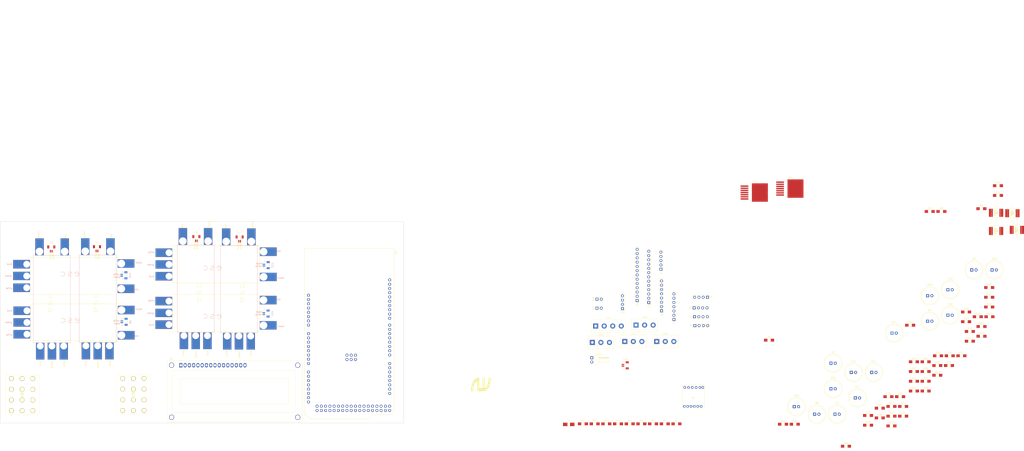
<source format=kicad_pcb>
(kicad_pcb (version 4) (host pcbnew 4.0.7)
  (layers (0 F.Cu signal) (31 B.Cu signal) (34 B.Paste user) (35 F.Paste user) (36 B.SilkS user) (37 F.SilkS user) (38 B.Mask user) (39 F.Mask user) (44 Edge.Cuts user))
  (net 0 "")
  (net 1 /5V)
  (net 2 /3.3V)
  (net 3 /PWM-1)
  (net 4 /PWM-2)
  (net 5 /PWM-3)
  (net 6 /PWM-4)
  (net 7 /T-5)
  (net 8 /T-6)
  (net 9 /T-7)
  (net 10 /T-8)
  (net 11 /S1)
  (net 12 /S2)
  (net 13 /DIG1)
  (net 14 /DIG2)
  (net 15 /DIG3)
  (net 16 /DIG4)
  (net 17 /SDA1)
  (net 18 /SCL1)
  (net 19 /ANA1)
  (net 20 /ANA2)
  (net 21 /ANA3)
  (net 22 /ANA4)
  (net 23 "Net-(D1-Pad1)")
  (net 24 "Net-(D1-Pad2)")
  (net 25 "Net-(D2-Pad2)")
  (net 26 /OUT_1)
  (net 27 GND)
  (net 28 "Net-(D4-Pad1)")
  (net 29 "Net-(D4-Pad2)")
  (net 30 "Net-(D5-Pad2)")
  (net 31 /OUT_2)
  (net 32 "Net-(D7-Pad2)")
  (net 33 "Net-(D8-Pad2)")
  (net 34 "Net-(D9-Pad2)")
  (net 35 "Net-(D10-Pad2)")
  (net 36 "Net-(D11-Pad2)")
  (net 37 "Net-(D12-Pad2)")
  (net 38 "Net-(D13-Pad2)")
  (net 39 "Net-(D14-Pad2)")
  (net 40 "Net-(D15-Pad2)")
  (net 41 "Net-(D16-Pad2)")
  (net 42 "Net-(D17-Pad2)")
  (net 43 "Net-(D18-Pad2)")
  (net 44 "Net-(D19-Pad2)")
  (net 45 /VIN1)
  (net 46 /VBATT1)
  (net 47 "/SCL(PS)")
  (net 48 "/SDA(PS)")
  (net 49 /IN_1)
  (net 50 /IN_2)
  (net 51 /SER1)
  (net 52 /5VBC)
  (net 53 /SER2)
  (net 54 /SER3)
  (net 55 /VIN)
  (net 56 /SER4)
  (net 57 /SER5)
  (net 58 /SER6)
  (net 59 /B1)
  (net 60 /G1)
  (net 61 /W1)
  (net 62 /B2)
  (net 63 /G2)
  (net 64 /W2)
  (net 65 /B3)
  (net 66 /G3)
  (net 67 /W3)
  (net 68 /B4)
  (net 69 /G4)
  (net 70 /W4)
  (net 71 /B5)
  (net 72 /G5)
  (net 73 /W5)
  (net 74 /B6)
  (net 75 /G6)
  (net 76 /W6)
  (net 77 /B7)
  (net 78 /G7)
  (net 79 /W7)
  (net 80 /B8)
  (net 81 /G8)
  (net 82 /W8)
  (net 83 "Net-(R2-Pad1)")
  (net 84 "Net-(R4-Pad1)")
  (net 85 /VESC1)
  (net 86 /VESC5)
  (net 87 /SOV1)
  (net 88 /VESC2)
  (net 89 /VESC6)
  (net 90 /SOV2)
  (net 91 /VESC3)
  (net 92 /VESC7)
  (net 93 /VESC4)
  (net 94 /VESC8)
  (net 95 /A0)
  (net 96 /A1)
  (net 97 /A2)
  (net 98 /A3)
  (net 99 /A4)
  (net 100 /A5)
  (net 101 /A6)
  (net 102 /A7)
  (net 103 /A8)
  (net 104 "Net-(R47-Pad1)")
  (net 105 "Net-(R48-Pad1)")
  (net 106 /A9)
  (net 107 /A10)
  (net 108 "/SCL(HV)")
  (net 109 "/SDA(HV)")
  (net 110 "Net-(U2-Pad2)")
  (net 111 "Net-(U3-Pad2)")
  (net 112 /T-1)
  (net 113 /T-2)
  (net 114 /24)
  (net 115 /22)
  (net 116 "Net-(U6-Pad7)")
  (net 117 "Net-(U6-Pad8)")
  (net 118 "Net-(U6-Pad9)")
  (net 119 "Net-(U6-Pad10)")
  (net 120 /26)
  (net 121 /28)
  (net 122 /30)
  (net 123 /32)
  (net 124 /T-3)
  (net 125 /T-4)
  (net 126 "Net-(XA1-PadRST2)")
  (net 127 "Net-(XA1-PadGND4)")
  (net 128 "Net-(XA1-PadMOSI)")
  (net 129 "Net-(XA1-PadSCK)")
  (net 130 "Net-(XA1-Pad5V2)")
  (net 131 "Net-(XA1-PadVIN)")
  (net 132 "Net-(XA1-PadGND3)")
  (net 133 "Net-(XA1-PadRST1)")
  (net 134 "Net-(XA1-PadIORF)")
  (net 135 "Net-(XA1-PadD19)")
  (net 136 "Net-(XA1-PadD18)")
  (net 137 "Net-(XA1-PadD17)")
  (net 138 "Net-(XA1-PadD16)")
  (net 139 "Net-(XA1-PadD15)")
  (net 140 "Net-(XA1-PadD14)")
  (net 141 "Net-(XA1-PadD0)")
  (net 142 "Net-(XA1-PadD1)")
  (net 143 "Net-(XA1-PadD2)")
  (net 144 "Net-(XA1-PadD3)")
  (net 145 "Net-(XA1-PadGND1)")
  (net 146 "Net-(XA1-PadD8)")
  (net 147 "Net-(XA1-PadD9)")
  (net 148 "Net-(XA1-PadD10)")
  (net 149 "Net-(XA1-PadAREF)")
  (net 150 "Net-(XA1-PadD13)")
  (net 151 "Net-(XA1-PadD12)")
  (net 152 "Net-(XA1-PadD11)")
  (net 153 "Net-(XA1-PadD44)")
  (net 154 "Net-(XA1-PadD45)")
  (net 155 "Net-(XA1-PadD46)")
  (net 156 "Net-(XA1-PadD51)")
  (net 157 "Net-(XA1-PadD52)")
  (net 158 "Net-(XA1-PadD53)")
  (net 159 "Net-(XA1-PadGND5)")
  (net 160 "Net-(XA1-PadGND6)")
  (net 161 "Net-(XA1-PadMISO)")
  (net 162 /DVL-)
  (net 163 /DVL+)
  (net 164 /DVL)
  (net 165 /A11)
  (module ALL_IN_ONE:esc_mirror (layer F.Cu) (at 119.1 84.68)
    (fp_text reference U9 (at 13.2 -59.5) (layer F.SilkS))
    (fp_text value ESCPINS)
    (fp_text user black (at 20.8 -64.5 270) (layer F.SilkS))
    (fp_text user red (at 4.8 -63.4 270) (layer F.SilkS))
    (fp_text user white (at 5.5 12.4 270) (layer F.SilkS))
    (fp_text user green (at 12.9 13 270) (layer F.SilkS))
    (fp_text user blue (at 19.9 12.3 270) (layer F.SilkS))
    (fp_text user black (at 12.2 -51.6 270) (layer F.SilkS))
    (fp_text user white (at 13.8 -51.3 270) (layer F.SilkS))
    (fp_text user esc (at 14.4 -23.7 270) (layer F.SilkS) (effects (font (size 3.5 5))))
    (pad 4 smd rect (at 13.7 -54.475 270) (size 1.55 0.6) (layers F.Cu F.Paste F.Mask) (net 9 /T-7))
    (pad 5 smd rect (at 12.7 -54.475 270) (size 1.55 0.6) (layers F.Cu F.Paste F.Mask) (net 27 GND))
    (pad "" smd rect (at 15 -57 270) (size 1.8 1.2) (layers F.Cu F.Paste F.Mask))
    (pad "" smd rect (at 11.4 -57 270) (size 1.8 1.2) (layers F.Cu F.Paste F.Mask))
    (pad 1 thru_hole rect (at 19.8 2) (size 5 10) (drill 4 (offset 0 3)) (layers *.Cu *.Mask) (net 77 /B7))
    (pad 2 thru_hole rect (at 12.8 2) (size 5 10) (drill 4 (offset 0 3)) (layers *.Cu *.Mask) (net 78 /G7))
    (pad 3 thru_hole rect (at 5.8 2) (size 5 10) (drill 4 (offset 0 3)) (layers *.Cu F.Mask) (net 79 /W7))
    (pad 7 thru_hole rect (at 20.2 -54.3 180) (size 5 10) (drill 4.5 (offset 0 2.75)) (layers *.Cu *.Mask) (net 27 GND))
    (pad 6 thru_hole rect (at 5.2 -54.3 180) (size 5 10) (drill 4.5 (offset 0 2.75)) (layers *.Cu *.Mask) (net 92 /VESC7))
  )
  (module Socket_Strips:Socket_Strip_Straight_1x13_Pitch2.54mm (layer F.Cu) (at 394.41 65.76 180)
    (fp_text reference J2 (at 0 -2.33 180) (layer F.SilkS))
    (fp_text value Screw_Terminal_01x03 hide)
    (pad 1 thru_hole rect (at 0 0 180) (size 1.7 1.7) (drill 1) (layers *.Cu *.Mask) (net 27 GND))
    (pad 2 thru_hole oval (at 0 2.54 180) (size 1.7 1.7) (drill 1) (layers *.Cu *.Mask) (net 26 /OUT_1))
    (pad 3 thru_hole oval (at 0 5.08 180) (size 1.7 1.7) (drill 1) (layers *.Cu *.Mask) (net 31 /OUT_2))
    (pad 4 thru_hole oval (at 0 7.62 180) (size 1.7 1.7) (drill 1) (layers *.Cu *.Mask))
    (pad 5 thru_hole oval (at 0 10.16 180) (size 1.7 1.7) (drill 1) (layers *.Cu *.Mask))
    (pad 6 thru_hole oval (at 0 12.7 180) (size 1.7 1.7) (drill 1) (layers *.Cu *.Mask))
    (pad 7 thru_hole oval (at 0 15.24 180) (size 1.7 1.7) (drill 1) (layers *.Cu *.Mask))
    (pad 8 thru_hole oval (at 0 17.78 180) (size 1.7 1.7) (drill 1) (layers *.Cu *.Mask))
    (pad 9 thru_hole oval (at 0 20.32 180) (size 1.7 1.7) (drill 1) (layers *.Cu *.Mask))
    (pad 10 thru_hole oval (at 0 22.86 180) (size 1.7 1.7) (drill 1) (layers *.Cu *.Mask))
    (pad 11 thru_hole oval (at 0 25.4 180) (size 1.7 1.7) (drill 1) (layers *.Cu *.Mask))
    (pad 12 thru_hole oval (at 0 27.94 180) (size 1.7 1.7) (drill 1) (layers *.Cu *.Mask))
    (pad 13 thru_hole oval (at 0 30.48 180) (size 1.7 1.7) (drill 1) (layers *.Cu *.Mask))
  )
  (module Pin_Headers:Pin_Header_Straight_1x05_Pitch2.54mm (layer F.Cu) (at 408.51 47.1 180)
    (fp_text reference J1 (at 0 -2.33 180) (layer F.SilkS))
    (fp_text value Conn_02x02_Counter_Clockwise hide)
    (pad 1 thru_hole rect (at 0 0 180) (size 1.7 1.7) (drill 1) (layers *.Cu *.Mask) (net 1 /5V))
    (pad 2 thru_hole oval (at 0 2.54 180) (size 1.7 1.7) (drill 1) (layers *.Cu *.Mask) (net 27 GND))
    (pad 3 thru_hole oval (at 0 5.08 180) (size 1.7 1.7) (drill 1) (layers *.Cu *.Mask) (net 47 "/SCL(PS)"))
    (pad 4 thru_hole oval (at 0 7.62 180) (size 1.7 1.7) (drill 1) (layers *.Cu *.Mask) (net 48 "/SDA(PS)"))
    (pad 5 thru_hole oval (at 0 10.16 180) (size 1.7 1.7) (drill 1) (layers *.Cu *.Mask))
  )
  (module Socket_Strips:Socket_Strip_Straight_1x13_Pitch2.54mm (layer F.Cu) (at 401.27 66.91 180)
    (fp_text reference J3 (at 0 -2.33 180) (layer F.SilkS))
    (fp_text value Conn_01x04_Male hide)
    (pad 1 thru_hole rect (at 0 0 180) (size 1.7 1.7) (drill 1) (layers *.Cu *.Mask) (net 19 /ANA1))
    (pad 2 thru_hole oval (at 0 2.54 180) (size 1.7 1.7) (drill 1) (layers *.Cu *.Mask) (net 20 /ANA2))
    (pad 3 thru_hole oval (at 0 5.08 180) (size 1.7 1.7) (drill 1) (layers *.Cu *.Mask) (net 21 /ANA3))
    (pad 4 thru_hole oval (at 0 7.62 180) (size 1.7 1.7) (drill 1) (layers *.Cu *.Mask) (net 22 /ANA4))
    (pad 5 thru_hole oval (at 0 10.16 180) (size 1.7 1.7) (drill 1) (layers *.Cu *.Mask))
    (pad 6 thru_hole oval (at 0 12.7 180) (size 1.7 1.7) (drill 1) (layers *.Cu *.Mask))
    (pad 7 thru_hole oval (at 0 15.24 180) (size 1.7 1.7) (drill 1) (layers *.Cu *.Mask))
    (pad 8 thru_hole oval (at 0 17.78 180) (size 1.7 1.7) (drill 1) (layers *.Cu *.Mask))
    (pad 9 thru_hole oval (at 0 20.32 180) (size 1.7 1.7) (drill 1) (layers *.Cu *.Mask))
    (pad 10 thru_hole oval (at 0 22.86 180) (size 1.7 1.7) (drill 1) (layers *.Cu *.Mask))
    (pad 11 thru_hole oval (at 0 25.4 180) (size 1.7 1.7) (drill 1) (layers *.Cu *.Mask))
    (pad 12 thru_hole oval (at 0 27.94 180) (size 1.7 1.7) (drill 1) (layers *.Cu *.Mask))
    (pad 13 thru_hole oval (at 0 30.48 180) (size 1.7 1.7) (drill 1) (layers *.Cu *.Mask))
  )
  (module Pin_Headers:Pin_Header_Straight_1x08_Pitch2.54mm (layer F.Cu) (at 408.89 71.86 180)
    (fp_text reference J6 (at 0 -2.33 180) (layer F.SilkS))
    (fp_text value Conn_01x02_Male hide)
    (pad 1 thru_hole rect (at 0 0 180) (size 1.7 1.7) (drill 1) (layers *.Cu *.Mask) (net 17 /SDA1))
    (pad 2 thru_hole oval (at 0 2.54 180) (size 1.7 1.7) (drill 1) (layers *.Cu *.Mask) (net 18 /SCL1))
    (pad 3 thru_hole oval (at 0 5.08 180) (size 1.7 1.7) (drill 1) (layers *.Cu *.Mask))
    (pad 4 thru_hole oval (at 0 7.62 180) (size 1.7 1.7) (drill 1) (layers *.Cu *.Mask))
    (pad 5 thru_hole oval (at 0 10.16 180) (size 1.7 1.7) (drill 1) (layers *.Cu *.Mask))
    (pad 6 thru_hole oval (at 0 12.7 180) (size 1.7 1.7) (drill 1) (layers *.Cu *.Mask))
    (pad 7 thru_hole oval (at 0 15.24 180) (size 1.7 1.7) (drill 1) (layers *.Cu *.Mask))
    (pad 8 thru_hole oval (at 0 17.78 180) (size 1.7 1.7) (drill 1) (layers *.Cu *.Mask))
  )
  (module Pin_Headers:Pin_Header_Straight_1x07_Pitch2.54mm (layer F.Cu) (at 416.24 77.03 180)
    (fp_text reference J7 (at 0 -2.33 180) (layer F.SilkS))
    (fp_text value Conn_01x04_Male hide)
    (pad 1 thru_hole rect (at 0 0 180) (size 1.7 1.7) (drill 1) (layers *.Cu *.Mask) (net 1 /5V))
    (pad 2 thru_hole oval (at 0 2.54 180) (size 1.7 1.7) (drill 1) (layers *.Cu *.Mask) (net 1 /5V))
    (pad 3 thru_hole oval (at 0 5.08 180) (size 1.7 1.7) (drill 1) (layers *.Cu *.Mask) (net 1 /5V))
    (pad 4 thru_hole oval (at 0 7.62 180) (size 1.7 1.7) (drill 1) (layers *.Cu *.Mask) (net 1 /5V))
    (pad 5 thru_hole oval (at 0 10.16 180) (size 1.7 1.7) (drill 1) (layers *.Cu *.Mask))
    (pad 6 thru_hole oval (at 0 12.7 180) (size 1.7 1.7) (drill 1) (layers *.Cu *.Mask))
    (pad 7 thru_hole oval (at 0 15.24 180) (size 1.7 1.7) (drill 1) (layers *.Cu *.Mask))
  )
  (module Pin_Headers:Pin_Header_Straight_1x04_Pitch2.54mm (layer F.Cu) (at 428.69 80.67 90)
    (fp_text reference J8 (at 0 -2.33 90) (layer F.SilkS))
    (fp_text value Conn_01x04_Male hide)
    (pad 1 thru_hole rect (at 0 0 90) (size 1.7 1.7) (drill 1) (layers *.Cu *.Mask) (net 27 GND))
    (pad 2 thru_hole oval (at 0 2.54 90) (size 1.7 1.7) (drill 1) (layers *.Cu *.Mask) (net 27 GND))
    (pad 3 thru_hole oval (at 0 5.08 90) (size 1.7 1.7) (drill 1) (layers *.Cu *.Mask) (net 27 GND))
    (pad 4 thru_hole oval (at 0 7.62 90) (size 1.7 1.7) (drill 1) (layers *.Cu *.Mask) (net 27 GND))
  )
  (module Pin_Headers:Pin_Header_Straight_1x04_Pitch2.54mm (layer F.Cu) (at 436.21 63.8 270)
    (fp_text reference J9 (at 0 -2.33 270) (layer F.SilkS))
    (fp_text value Conn_01x02_Male hide)
    (pad 1 thru_hole rect (at 0 0 270) (size 1.7 1.7) (drill 1) (layers *.Cu *.Mask) (net 2 /3.3V))
    (pad 2 thru_hole oval (at 0 2.54 270) (size 1.7 1.7) (drill 1) (layers *.Cu *.Mask) (net 2 /3.3V))
    (pad 3 thru_hole oval (at 0 5.08 270) (size 1.7 1.7) (drill 1) (layers *.Cu *.Mask))
    (pad 4 thru_hole oval (at 0 7.62 270) (size 1.7 1.7) (drill 1) (layers *.Cu *.Mask))
  )
  (module "conn footprint:Arduino_Mega2560_Shield" (layer F.Cu) (at 196.45 34.66 270)
    (fp_text reference XA1 (at 2.54 -54.356 270) (layer F.SilkS))
    (fp_text value Arduino_Mega2560_Shield)
    (fp_text user . (at 62.484 -32.004 270) (layer F.SilkS))
    (pad RST2 thru_hole oval (at 63.627 -25.4 270) (size 1.7272 1.7272) (drill 1.016) (layers *.Cu *.Mask) (net 126 "Net-(XA1-PadRST2)"))
    (pad GND4 thru_hole oval (at 66.167 -25.4 270) (size 1.7272 1.7272) (drill 1.016) (layers *.Cu *.Mask) (net 127 "Net-(XA1-PadGND4)"))
    (pad MOSI thru_hole oval (at 66.167 -27.94 270) (size 1.7272 1.7272) (drill 1.016) (layers *.Cu *.Mask) (net 128 "Net-(XA1-PadMOSI)"))
    (pad SCK thru_hole oval (at 63.627 -27.94 270) (size 1.7272 1.7272) (drill 1.016) (layers *.Cu *.Mask) (net 129 "Net-(XA1-PadSCK)"))
    (pad 5V2 thru_hole oval (at 66.167 -30.48 270) (size 1.7272 1.7272) (drill 1.016) (layers *.Cu *.Mask) (net 130 "Net-(XA1-Pad5V2)"))
    (pad A0 thru_hole oval (at 50.8 -2.54 270) (size 1.7272 1.7272) (drill 1.016) (layers *.Cu *.Mask) (net 95 /A0))
    (pad VIN thru_hole oval (at 45.72 -2.54 270) (size 1.7272 1.7272) (drill 1.016) (layers *.Cu *.Mask) (net 131 "Net-(XA1-PadVIN)"))
    (pad GND3 thru_hole oval (at 43.18 -2.54 270) (size 1.7272 1.7272) (drill 1.016) (layers *.Cu *.Mask) (net 132 "Net-(XA1-PadGND3)"))
    (pad GND2 thru_hole oval (at 40.64 -2.54 270) (size 1.7272 1.7272) (drill 1.016) (layers *.Cu *.Mask) (net 27 GND))
    (pad 5V1 thru_hole oval (at 38.1 -2.54 270) (size 1.7272 1.7272) (drill 1.016) (layers *.Cu *.Mask) (net 1 /5V))
    (pad 3V3 thru_hole oval (at 35.56 -2.54 270) (size 1.7272 1.7272) (drill 1.016) (layers *.Cu *.Mask) (net 2 /3.3V))
    (pad RST1 thru_hole oval (at 33.02 -2.54 270) (size 1.7272 1.7272) (drill 1.016) (layers *.Cu *.Mask) (net 133 "Net-(XA1-PadRST1)"))
    (pad IORF thru_hole oval (at 30.48 -2.54 270) (size 1.7272 1.7272) (drill 1.016) (layers *.Cu *.Mask) (net 134 "Net-(XA1-PadIORF)"))
    (pad D21 thru_hole oval (at 86.36 -50.8 270) (size 1.7272 1.7272) (drill 1.016) (layers *.Cu *.Mask) (net 18 /SCL1))
    (pad D20 thru_hole oval (at 83.82 -50.8 270) (size 1.7272 1.7272) (drill 1.016) (layers *.Cu *.Mask) (net 17 /SDA1))
    (pad D19 thru_hole oval (at 81.28 -50.8 270) (size 1.7272 1.7272) (drill 1.016) (layers *.Cu *.Mask) (net 135 "Net-(XA1-PadD19)"))
    (pad D18 thru_hole oval (at 78.74 -50.8 270) (size 1.7272 1.7272) (drill 1.016) (layers *.Cu *.Mask) (net 136 "Net-(XA1-PadD18)"))
    (pad D17 thru_hole oval (at 76.2 -50.8 270) (size 1.7272 1.7272) (drill 1.016) (layers *.Cu *.Mask) (net 137 "Net-(XA1-PadD17)"))
    (pad D16 thru_hole oval (at 73.66 -50.8 270) (size 1.7272 1.7272) (drill 1.016) (layers *.Cu *.Mask) (net 138 "Net-(XA1-PadD16)"))
    (pad D15 thru_hole oval (at 71.12 -50.8 270) (size 1.7272 1.7272) (drill 1.016) (layers *.Cu *.Mask) (net 139 "Net-(XA1-PadD15)"))
    (pad D14 thru_hole oval (at 68.58 -50.8 270) (size 1.7272 1.7272) (drill 1.016) (layers *.Cu *.Mask) (net 140 "Net-(XA1-PadD14)"))
    (pad D0 thru_hole oval (at 63.5 -50.8 270) (size 1.7272 1.7272) (drill 1.016) (layers *.Cu *.Mask) (net 141 "Net-(XA1-PadD0)"))
    (pad D1 thru_hole oval (at 60.96 -50.8 270) (size 1.7272 1.7272) (drill 1.016) (layers *.Cu *.Mask) (net 142 "Net-(XA1-PadD1)"))
    (pad D2 thru_hole oval (at 58.42 -50.8 270) (size 1.7272 1.7272) (drill 1.016) (layers *.Cu *.Mask) (net 143 "Net-(XA1-PadD2)"))
    (pad D3 thru_hole oval (at 55.88 -50.8 270) (size 1.7272 1.7272) (drill 1.016) (layers *.Cu *.Mask) (net 144 "Net-(XA1-PadD3)"))
    (pad D4 thru_hole oval (at 53.34 -50.8 270) (size 1.7272 1.7272) (drill 1.016) (layers *.Cu *.Mask) (net 3 /PWM-1))
    (pad D5 thru_hole oval (at 50.8 -50.8 270) (size 1.7272 1.7272) (drill 1.016) (layers *.Cu *.Mask) (net 4 /PWM-2))
    (pad D6 thru_hole oval (at 48.26 -50.8 270) (size 1.7272 1.7272) (drill 1.016) (layers *.Cu *.Mask) (net 5 /PWM-3))
    (pad D7 thru_hole oval (at 45.72 -50.8 270) (size 1.7272 1.7272) (drill 1.016) (layers *.Cu *.Mask) (net 6 /PWM-4))
    (pad GND1 thru_hole oval (at 26.416 -50.8 270) (size 1.7272 1.7272) (drill 1.016) (layers *.Cu *.Mask) (net 145 "Net-(XA1-PadGND1)"))
    (pad D8 thru_hole oval (at 41.656 -50.8 270) (size 1.7272 1.7272) (drill 1.016) (layers *.Cu *.Mask) (net 146 "Net-(XA1-PadD8)"))
    (pad D9 thru_hole oval (at 39.116 -50.8 270) (size 1.7272 1.7272) (drill 1.016) (layers *.Cu *.Mask) (net 147 "Net-(XA1-PadD9)"))
    (pad D10 thru_hole oval (at 36.576 -50.8 270) (size 1.7272 1.7272) (drill 1.016) (layers *.Cu *.Mask) (net 148 "Net-(XA1-PadD10)"))
    (pad "" np_thru_hole circle (at 66.04 -7.62 270) (size 3.2 3.2) (drill 3.2) (layers *.Cu *.Mask))
    (pad "" np_thru_hole circle (at 66.04 -35.56 270) (size 3.2 3.2) (drill 3.2) (layers *.Cu *.Mask))
    (pad "" np_thru_hole circle (at 90.17 -50.8 270) (size 3.2 3.2) (drill 3.2) (layers *.Cu *.Mask))
    (pad "" np_thru_hole circle (at 15.24 -50.8 270) (size 3.2 3.2) (drill 3.2) (layers *.Cu *.Mask))
    (pad "" np_thru_hole circle (at 96.52 -2.54 270) (size 3.2 3.2) (drill 3.2) (layers *.Cu *.Mask))
    (pad "" np_thru_hole circle (at 13.97 -2.54 270) (size 3.2 3.2) (drill 3.2) (layers *.Cu *.Mask))
    (pad SCL thru_hole oval (at 18.796 -50.8 270) (size 1.7272 1.7272) (drill 1.016) (layers *.Cu *.Mask) (net 108 "/SCL(HV)"))
    (pad SDA thru_hole oval (at 21.336 -50.8 270) (size 1.7272 1.7272) (drill 1.016) (layers *.Cu *.Mask) (net 109 "/SDA(HV)"))
    (pad AREF thru_hole oval (at 23.876 -50.8 270) (size 1.7272 1.7272) (drill 1.016) (layers *.Cu *.Mask) (net 149 "Net-(XA1-PadAREF)"))
    (pad D13 thru_hole oval (at 28.956 -50.8 270) (size 1.7272 1.7272) (drill 1.016) (layers *.Cu *.Mask) (net 150 "Net-(XA1-PadD13)"))
    (pad D12 thru_hole oval (at 31.496 -50.8 270) (size 1.7272 1.7272) (drill 1.016) (layers *.Cu *.Mask) (net 151 "Net-(XA1-PadD12)"))
    (pad D11 thru_hole oval (at 34.036 -50.8 270) (size 1.7272 1.7272) (drill 1.016) (layers *.Cu *.Mask) (net 152 "Net-(XA1-PadD11)"))
    (pad "" thru_hole oval (at 27.94 -2.54 270) (size 1.7272 1.7272) (drill 1.016) (layers *.Cu *.Mask))
    (pad A1 thru_hole oval (at 53.34 -2.54 270) (size 1.7272 1.7272) (drill 1.016) (layers *.Cu *.Mask) (net 96 /A1))
    (pad A2 thru_hole oval (at 55.88 -2.54 270) (size 1.7272 1.7272) (drill 1.016) (layers *.Cu *.Mask) (net 97 /A2))
    (pad A3 thru_hole oval (at 58.42 -2.54 270) (size 1.7272 1.7272) (drill 1.016) (layers *.Cu *.Mask) (net 98 /A3))
    (pad A4 thru_hole oval (at 60.96 -2.54 270) (size 1.7272 1.7272) (drill 1.016) (layers *.Cu *.Mask) (net 99 /A4))
    (pad A5 thru_hole oval (at 63.5 -2.54 270) (size 1.7272 1.7272) (drill 1.016) (layers *.Cu *.Mask) (net 100 /A5))
    (pad A6 thru_hole oval (at 66.04 -2.54 270) (size 1.7272 1.7272) (drill 1.016) (layers *.Cu *.Mask) (net 101 /A6))
    (pad A7 thru_hole oval (at 68.58 -2.54 270) (size 1.7272 1.7272) (drill 1.016) (layers *.Cu *.Mask) (net 102 /A7))
    (pad A8 thru_hole oval (at 73.66 -2.54 270) (size 1.7272 1.7272) (drill 1.016) (layers *.Cu *.Mask) (net 103 /A8))
    (pad A9 thru_hole oval (at 76.2 -2.54 270) (size 1.7272 1.7272) (drill 1.016) (layers *.Cu *.Mask) (net 106 /A9))
    (pad A10 thru_hole oval (at 78.74 -2.54 270) (size 1.7272 1.7272) (drill 1.016) (layers *.Cu *.Mask) (net 107 /A10))
    (pad A11 thru_hole oval (at 81.28 -2.54 270) (size 1.7272 1.7272) (drill 1.016) (layers *.Cu *.Mask) (net 165 /A11))
    (pad A12 thru_hole oval (at 83.82 -2.54 270) (size 1.7272 1.7272) (drill 1.016) (layers *.Cu *.Mask) (net 19 /ANA1))
    (pad A13 thru_hole oval (at 86.36 -2.54 270) (size 1.7272 1.7272) (drill 1.016) (layers *.Cu *.Mask) (net 20 /ANA2))
    (pad A14 thru_hole oval (at 88.9 -2.54 270) (size 1.7272 1.7272) (drill 1.016) (layers *.Cu *.Mask) (net 21 /ANA3))
    (pad A15 thru_hole oval (at 91.44 -2.54 270) (size 1.7272 1.7272) (drill 1.016) (layers *.Cu *.Mask) (net 22 /ANA4))
    (pad 5V3 thru_hole oval (at 93.98 -50.8 270) (size 1.7272 1.7272) (drill 1.016) (layers *.Cu *.Mask) (net 1 /5V))
    (pad 5V4 thru_hole oval (at 96.52 -50.8 270) (size 1.7272 1.7272) (drill 1.016) (layers *.Cu *.Mask) (net 1 /5V))
    (pad D22 thru_hole oval (at 93.98 -48.26 270) (size 1.7272 1.7272) (drill 1.016) (layers *.Cu *.Mask) (net 115 /22))
    (pad D23 thru_hole oval (at 96.52 -48.26 270) (size 1.7272 1.7272) (drill 1.016) (layers *.Cu *.Mask) (net 112 /T-1))
    (pad D24 thru_hole oval (at 93.98 -45.72 270) (size 1.7272 1.7272) (drill 1.016) (layers *.Cu *.Mask) (net 114 /24))
    (pad D25 thru_hole oval (at 96.52 -45.72 270) (size 1.7272 1.7272) (drill 1.016) (layers *.Cu *.Mask) (net 113 /T-2))
    (pad D26 thru_hole oval (at 93.98 -43.18 270) (size 1.7272 1.7272) (drill 1.016) (layers *.Cu *.Mask) (net 120 /26))
    (pad D27 thru_hole oval (at 96.52 -43.18 270) (size 1.7272 1.7272) (drill 1.016) (layers *.Cu *.Mask) (net 124 /T-3))
    (pad D28 thru_hole oval (at 93.98 -40.64 270) (size 1.7272 1.7272) (drill 1.016) (layers *.Cu *.Mask) (net 121 /28))
    (pad D29 thru_hole oval (at 96.52 -40.64 270) (size 1.7272 1.7272) (drill 1.016) (layers *.Cu *.Mask) (net 125 /T-4))
    (pad D30 thru_hole oval (at 93.98 -38.1 270) (size 1.7272 1.7272) (drill 1.016) (layers *.Cu *.Mask) (net 122 /30))
    (pad D31 thru_hole oval (at 96.52 -38.1 270) (size 1.7272 1.7272) (drill 1.016) (layers *.Cu *.Mask) (net 7 /T-5))
    (pad D32 thru_hole oval (at 93.98 -35.56 270) (size 1.7272 1.7272) (drill 1.016) (layers *.Cu *.Mask) (net 123 /32))
    (pad D33 thru_hole oval (at 96.52 -35.56 270) (size 1.7272 1.7272) (drill 1.016) (layers *.Cu *.Mask) (net 8 /T-6))
    (pad D34 thru_hole oval (at 93.98 -33.02 270) (size 1.7272 1.7272) (drill 1.016) (layers *.Cu *.Mask) (net 51 /SER1))
    (pad D35 thru_hole oval (at 96.52 -33.02 270) (size 1.7272 1.7272) (drill 1.016) (layers *.Cu *.Mask) (net 9 /T-7))
    (pad D36 thru_hole oval (at 93.98 -30.48 270) (size 1.7272 1.7272) (drill 1.016) (layers *.Cu *.Mask) (net 53 /SER2))
    (pad D37 thru_hole oval (at 96.52 -30.48 270) (size 1.7272 1.7272) (drill 1.016) (layers *.Cu *.Mask) (net 10 /T-8))
    (pad D38 thru_hole oval (at 93.98 -27.94 270) (size 1.7272 1.7272) (drill 1.016) (layers *.Cu *.Mask) (net 54 /SER3))
    (pad D39 thru_hole oval (at 96.52 -27.94 270) (size 1.7272 1.7272) (drill 1.016) (layers *.Cu *.Mask) (net 11 /S1))
    (pad D40 thru_hole oval (at 93.98 -25.4 270) (size 1.7272 1.7272) (drill 1.016) (layers *.Cu *.Mask) (net 56 /SER4))
    (pad D41 thru_hole oval (at 96.52 -25.4 270) (size 1.7272 1.7272) (drill 1.016) (layers *.Cu *.Mask) (net 12 /S2))
    (pad D42 thru_hole oval (at 93.98 -22.86 270) (size 1.7272 1.7272) (drill 1.016) (layers *.Cu *.Mask) (net 57 /SER5))
    (pad D43 thru_hole oval (at 96.52 -22.86 270) (size 1.7272 1.7272) (drill 1.016) (layers *.Cu *.Mask) (net 58 /SER6))
    (pad D44 thru_hole oval (at 93.98 -20.32 270) (size 1.7272 1.7272) (drill 1.016) (layers *.Cu *.Mask) (net 153 "Net-(XA1-PadD44)"))
    (pad D45 thru_hole oval (at 96.52 -20.32 270) (size 1.7272 1.7272) (drill 1.016) (layers *.Cu *.Mask) (net 154 "Net-(XA1-PadD45)"))
    (pad D46 thru_hole oval (at 93.98 -17.78 270) (size 1.7272 1.7272) (drill 1.016) (layers *.Cu *.Mask) (net 155 "Net-(XA1-PadD46)"))
    (pad D47 thru_hole oval (at 96.52 -17.78 270) (size 1.7272 1.7272) (drill 1.016) (layers *.Cu *.Mask) (net 13 /DIG1))
    (pad D48 thru_hole oval (at 93.98 -15.24 270) (size 1.7272 1.7272) (drill 1.016) (layers *.Cu *.Mask) (net 14 /DIG2))
    (pad D49 thru_hole oval (at 96.52 -15.24 270) (size 1.7272 1.7272) (drill 1.016) (layers *.Cu *.Mask) (net 15 /DIG3))
    (pad D50 thru_hole oval (at 93.98 -12.7 270) (size 1.7272 1.7272) (drill 1.016) (layers *.Cu *.Mask) (net 16 /DIG4))
    (pad D51 thru_hole oval (at 96.52 -12.7 270) (size 1.7272 1.7272) (drill 1.016) (layers *.Cu *.Mask) (net 156 "Net-(XA1-PadD51)"))
    (pad D52 thru_hole oval (at 93.98 -10.16 270) (size 1.7272 1.7272) (drill 1.016) (layers *.Cu *.Mask) (net 157 "Net-(XA1-PadD52)"))
    (pad D53 thru_hole oval (at 96.52 -10.16 270) (size 1.7272 1.7272) (drill 1.016) (layers *.Cu *.Mask) (net 158 "Net-(XA1-PadD53)"))
    (pad GND5 thru_hole oval (at 93.98 -7.62 270) (size 1.7272 1.7272) (drill 1.016) (layers *.Cu *.Mask) (net 159 "Net-(XA1-PadGND5)"))
    (pad GND6 thru_hole oval (at 96.52 -7.62 270) (size 1.7272 1.7272) (drill 1.016) (layers *.Cu *.Mask) (net 160 "Net-(XA1-PadGND6)"))
    (pad MISO thru_hole oval (at 63.627 -30.48 270) (size 1.7272 1.7272) (drill 1.016) (layers *.Cu *.Mask) (net 161 "Net-(XA1-PadMISO)"))
  )
  (module Pin_Headers:Pin_Header_Straight_1x04_Pitch2.54mm (layer F.Cu) (at 428.29 70.1 90)
    (fp_text reference J4 (at 0 -2.33 90) (layer F.SilkS))
    (fp_text value Conn_01x04_Male hide)
    (pad 1 thru_hole rect (at 0 0 90) (size 1.7 1.7) (drill 1) (layers *.Cu *.Mask) (net 13 /DIG1))
    (pad 2 thru_hole oval (at 0 2.54 90) (size 1.7 1.7) (drill 1) (layers *.Cu *.Mask) (net 14 /DIG2))
    (pad 3 thru_hole oval (at 0 5.08 90) (size 1.7 1.7) (drill 1) (layers *.Cu *.Mask) (net 15 /DIG3))
    (pad 4 thru_hole oval (at 0 7.62 90) (size 1.7 1.7) (drill 1) (layers *.Cu *.Mask) (net 16 /DIG4))
  )
  (module Pin_Headers:Pin_Header_Straight_1x04_Pitch2.54mm (layer F.Cu) (at 428.49 75.39 90)
    (fp_text reference J5 (at 0 -2.33 90) (layer F.SilkS))
    (fp_text value Conn_01x04_Male hide)
    (pad 1 thru_hole rect (at 0 0 90) (size 1.7 1.7) (drill 1) (layers *.Cu *.Mask) (net 3 /PWM-1))
    (pad 2 thru_hole oval (at 0 2.54 90) (size 1.7 1.7) (drill 1) (layers *.Cu *.Mask) (net 4 /PWM-2))
    (pad 3 thru_hole oval (at 0 5.08 90) (size 1.7 1.7) (drill 1) (layers *.Cu *.Mask) (net 5 /PWM-3))
    (pad 4 thru_hole oval (at 0 7.62 90) (size 1.7 1.7) (drill 1) (layers *.Cu *.Mask) (net 6 /PWM-4))
  )
  (module Pin_Headers:Pin_Header_Straight_1x02_Pitch2.54mm (layer F.Cu) (at 370.5 70.3 90)
    (fp_text reference J11 (at 0 -2.33 90) (layer F.SilkS))
    (fp_text value Conn_01x03 hide)
    (pad 1 thru_hole rect (at 0 0 90) (size 1.7 1.7) (drill 1) (layers *.Cu *.Mask) (net 51 /SER1))
    (pad 2 thru_hole oval (at 0 2.54 90) (size 1.7 1.7) (drill 1) (layers *.Cu *.Mask) (net 52 /5VBC))
  )
  (module Pin_Headers:Pin_Header_Straight_1x02_Pitch2.54mm (layer F.Cu) (at 370.52 64.9 90)
    (fp_text reference J10 (at 0 -2.33 90) (layer F.SilkS))
    (fp_text value Conn_01x02_Male hide)
    (pad 1 thru_hole rect (at 0 0 90) (size 1.7 1.7) (drill 1) (layers *.Cu *.Mask) (net 49 /IN_1))
    (pad 2 thru_hole oval (at 0 2.54 90) (size 1.7 1.7) (drill 1) (layers *.Cu *.Mask) (net 50 /IN_2))
  )
  (module Pin_Headers:Pin_Header_Straight_1x04_Pitch2.54mm (layer F.Cu) (at 385.63 70.57 180)
    (fp_text reference J12 (at 0 -2.33 180) (layer F.SilkS))
    (fp_text value Conn_01x03 hide)
    (pad 1 thru_hole rect (at 0 0 180) (size 1.7 1.7) (drill 1) (layers *.Cu *.Mask) (net 53 /SER2))
    (pad 2 thru_hole oval (at 0 2.54 180) (size 1.7 1.7) (drill 1) (layers *.Cu *.Mask) (net 52 /5VBC))
    (pad 3 thru_hole oval (at 0 5.08 180) (size 1.7 1.7) (drill 1) (layers *.Cu *.Mask) (net 27 GND))
    (pad 4 thru_hole oval (at 0 7.62 180) (size 1.7 1.7) (drill 1) (layers *.Cu *.Mask))
  )
  (module Power_Distribution:logo (layer F.Cu) (at 301.5 115.69)
    (fp_text reference "" hide)
    (fp_text value LOGO hide)
  )
  (module LEDs:LED_D10.0mm (layer F.Cu) (at 509.630002 103.069999)
    (fp_text reference D1 (at 1.27 -6.56) (layer F.SilkS))
    (fp_text value LED)
    (pad 1 thru_hole rect (at 0 0) (size 1.8 1.8) (drill 0.9) (layers *.Cu *.Mask) (net 23 "Net-(D1-Pad1)"))
    (pad 2 thru_hole circle (at 2.54 0) (size 1.8 1.8) (drill 0.9) (layers *.Cu *.Mask) (net 24 "Net-(D1-Pad2)"))
  )
  (module "conn footprint:DO-214AB" (layer F.Cu) (at 620.17 23.68)
    (fp_text reference D2 (at -0.254502 -4.0722) (layer F.SilkS) (effects (font (size 1.40283 1.40283) (thickness 0.05))))
    (fp_text value D_ALT (at 0.000005 4.1985) (layer F.SilkS) (effects (font (size 1.40251 1.40251) (thickness 0.05))))
    (pad 2 smd rect (at 3.1 0 180) (size 2.286 4.8) (layers F.Cu F.Paste F.Mask) (net 25 "Net-(D2-Pad2)"))
    (pad 1 smd rect (at -3.1 0 180) (size 2.286 4.8) (layers F.Cu F.Paste F.Mask) (net 26 /OUT_1))
  )
  (module "conn footprint:DO-214AB" (layer F.Cu) (at 607.798001 13.51418)
    (fp_text reference D3 (at -0.254502 -4.0722) (layer F.SilkS) (effects (font (size 1.40283 1.40283) (thickness 0.05))))
    (fp_text value D_ALT (at 0.000005 4.1985) (layer F.SilkS) (effects (font (size 1.40251 1.40251) (thickness 0.05))))
    (pad 2 smd rect (at 3.1 0 180) (size 2.286 4.8) (layers F.Cu F.Paste F.Mask) (net 27 GND))
    (pad 1 smd rect (at -3.1 0 180) (size 2.286 4.8) (layers F.Cu F.Paste F.Mask) (net 26 /OUT_1))
  )
  (module LEDs:LED_D10.0mm (layer F.Cu) (at 567.070002 78.049999)
    (fp_text reference D4 (at 1.27 -6.56) (layer F.SilkS))
    (fp_text value LED)
    (pad 1 thru_hole rect (at 0 0) (size 1.8 1.8) (drill 0.9) (layers *.Cu *.Mask) (net 28 "Net-(D4-Pad1)"))
    (pad 2 thru_hole circle (at 2.54 0) (size 1.8 1.8) (drill 0.9) (layers *.Cu *.Mask) (net 29 "Net-(D4-Pad2)"))
  )
  (module "conn footprint:DO-214AB" (layer F.Cu) (at 607.798001 24.33418)
    (fp_text reference D5 (at -0.254502 -4.0722) (layer F.SilkS) (effects (font (size 1.40283 1.40283) (thickness 0.05))))
    (fp_text value D_ALT (at 0.000005 4.1985) (layer F.SilkS) (effects (font (size 1.40251 1.40251) (thickness 0.05))))
    (pad 2 smd rect (at 3.1 0 180) (size 2.286 4.8) (layers F.Cu F.Paste F.Mask) (net 30 "Net-(D5-Pad2)"))
    (pad 1 smd rect (at -3.1 0 180) (size 2.286 4.8) (layers F.Cu F.Paste F.Mask) (net 31 /OUT_2))
  )
  (module "conn footprint:DO-214AB" (layer F.Cu) (at 617.5 13.77)
    (fp_text reference D6 (at -0.254502 -4.0722) (layer F.SilkS) (effects (font (size 1.40283 1.40283) (thickness 0.05))))
    (fp_text value D_ALT (at 0.000005 4.1985) (layer F.SilkS) (effects (font (size 1.40251 1.40251) (thickness 0.05))))
    (pad 2 smd rect (at 3.1 0 180) (size 2.286 4.8) (layers F.Cu F.Paste F.Mask) (net 27 GND))
    (pad 1 smd rect (at -3.1 0 180) (size 2.286 4.8) (layers F.Cu F.Paste F.Mask) (net 31 /OUT_2))
  )
  (module LEDs:LED_D10.0mm (layer F.Cu) (at 512.010002 133.409999)
    (fp_text reference D7 (at 1.27 -6.56) (layer F.SilkS))
    (fp_text value LED)
    (pad 1 thru_hole rect (at 0 0) (size 1.8 1.8) (drill 0.9) (layers *.Cu *.Mask) (net 27 GND))
    (pad 2 thru_hole circle (at 2.54 0) (size 1.8 1.8) (drill 0.9) (layers *.Cu *.Mask) (net 32 "Net-(D7-Pad2)"))
  )
  (module LEDs:LED_D10.0mm (layer F.Cu) (at 499.910002 133.409999)
    (fp_text reference D8 (at 1.27 -6.56) (layer F.SilkS))
    (fp_text value LED)
    (pad 1 thru_hole rect (at 0 0) (size 1.8 1.8) (drill 0.9) (layers *.Cu *.Mask) (net 27 GND))
    (pad 2 thru_hole circle (at 2.54 0) (size 1.8 1.8) (drill 0.9) (layers *.Cu *.Mask) (net 33 "Net-(D8-Pad2)"))
  )
  (module LEDs:LED_D10.0mm (layer F.Cu) (at 593.330002 47.529999)
    (fp_text reference D9 (at 1.27 -6.56) (layer F.SilkS))
    (fp_text value LED)
    (pad 1 thru_hole rect (at 0 0) (size 1.8 1.8) (drill 0.9) (layers *.Cu *.Mask) (net 27 GND))
    (pad 2 thru_hole circle (at 2.54 0) (size 1.8 1.8) (drill 0.9) (layers *.Cu *.Mask) (net 34 "Net-(D9-Pad2)"))
  )
  (module LEDs:LED_D10.0mm (layer F.Cu) (at 579.170002 59.309999)
    (fp_text reference D10 (at 1.27 -6.56) (layer F.SilkS))
    (fp_text value LED)
    (pad 1 thru_hole rect (at 0 0) (size 1.8 1.8) (drill 0.9) (layers *.Cu *.Mask) (net 27 GND))
    (pad 2 thru_hole circle (at 2.54 0) (size 1.8 1.8) (drill 0.9) (layers *.Cu *.Mask) (net 35 "Net-(D10-Pad2)"))
  )
  (module LEDs:LED_D10.0mm (layer F.Cu) (at 533.830002 108.519999)
    (fp_text reference D11 (at 1.27 -6.56) (layer F.SilkS))
    (fp_text value LED)
    (pad 1 thru_hole rect (at 0 0) (size 1.8 1.8) (drill 0.9) (layers *.Cu *.Mask) (net 27 GND))
    (pad 2 thru_hole circle (at 2.54 0) (size 1.8 1.8) (drill 0.9) (layers *.Cu *.Mask) (net 36 "Net-(D11-Pad2)"))
  )
  (module LEDs:LED_D10.0mm (layer F.Cu) (at 521.730002 108.519999)
    (fp_text reference D12 (at 1.27 -6.56) (layer F.SilkS))
    (fp_text value LED)
    (pad 1 thru_hole rect (at 0 0) (size 1.8 1.8) (drill 0.9) (layers *.Cu *.Mask) (net 27 GND))
    (pad 2 thru_hole circle (at 2.54 0) (size 1.8 1.8) (drill 0.9) (layers *.Cu *.Mask) (net 37 "Net-(D12-Pad2)"))
  )
  (module LEDs:LED_D10.0mm (layer F.Cu) (at 567.070002 62.879999)
    (fp_text reference D13 (at 1.27 -6.56) (layer F.SilkS))
    (fp_text value LED)
    (pad 1 thru_hole rect (at 0 0) (size 1.8 1.8) (drill 0.9) (layers *.Cu *.Mask) (net 27 GND))
    (pad 2 thru_hole circle (at 2.54 0) (size 1.8 1.8) (drill 0.9) (layers *.Cu *.Mask) (net 38 "Net-(D13-Pad2)"))
  )
  (module LEDs:LED_D10.0mm (layer F.Cu) (at 545.920002 85.139999)
    (fp_text reference D14 (at 1.27 -6.56) (layer F.SilkS))
    (fp_text value LED)
    (pad 1 thru_hole rect (at 0 0) (size 1.8 1.8) (drill 0.9) (layers *.Cu *.Mask) (net 27 GND))
    (pad 2 thru_hole circle (at 2.54 0) (size 1.8 1.8) (drill 0.9) (layers *.Cu *.Mask) (net 39 "Net-(D14-Pad2)"))
  )
  (module LEDs:LED_D10.0mm (layer F.Cu) (at 509.630002 118.239999)
    (fp_text reference D15 (at 1.27 -6.56) (layer F.SilkS))
    (fp_text value LED)
    (pad 1 thru_hole rect (at 0 0) (size 1.8 1.8) (drill 0.9) (layers *.Cu *.Mask) (net 27 GND))
    (pad 2 thru_hole circle (at 2.54 0) (size 1.8 1.8) (drill 0.9) (layers *.Cu *.Mask) (net 40 "Net-(D15-Pad2)"))
  )
  (module LEDs:LED_D10.0mm (layer F.Cu) (at 487.810002 128.899999)
    (fp_text reference D16 (at 1.27 -6.56) (layer F.SilkS))
    (fp_text value LED)
    (pad 1 thru_hole rect (at 0 0) (size 1.8 1.8) (drill 0.9) (layers *.Cu *.Mask) (net 27 GND))
    (pad 2 thru_hole circle (at 2.54 0) (size 1.8 1.8) (drill 0.9) (layers *.Cu *.Mask) (net 41 "Net-(D16-Pad2)"))
  )
  (module LEDs:LED_D10.0mm (layer F.Cu) (at 524.110002 123.689999)
    (fp_text reference D17 (at 1.27 -6.56) (layer F.SilkS))
    (fp_text value LED)
    (pad 1 thru_hole rect (at 0 0) (size 1.8 1.8) (drill 0.9) (layers *.Cu *.Mask) (net 27 GND))
    (pad 2 thru_hole circle (at 2.54 0) (size 1.8 1.8) (drill 0.9) (layers *.Cu *.Mask) (net 42 "Net-(D17-Pad2)"))
  )
  (module LEDs:LED_D10.0mm (layer F.Cu) (at 579.170002 74.479999)
    (fp_text reference D18 (at 1.27 -6.56) (layer F.SilkS))
    (fp_text value LED)
    (pad 1 thru_hole rect (at 0 0) (size 1.8 1.8) (drill 0.9) (layers *.Cu *.Mask) (net 27 GND))
    (pad 2 thru_hole circle (at 2.54 0) (size 1.8 1.8) (drill 0.9) (layers *.Cu *.Mask) (net 43 "Net-(D18-Pad2)"))
  )
  (module LEDs:LED_D10.0mm (layer F.Cu) (at 605.430002 47.529999)
    (fp_text reference D19 (at 1.27 -6.56) (layer F.SilkS))
    (fp_text value LED)
    (pad 1 thru_hole rect (at 0 0) (size 1.8 1.8) (drill 0.9) (layers *.Cu *.Mask) (net 27 GND))
    (pad 2 thru_hole circle (at 2.54 0) (size 1.8 1.8) (drill 0.9) (layers *.Cu *.Mask) (net 44 "Net-(D19-Pad2)"))
  )
  (module Fuse_Holders_and_Fuses:Fuse_SMD1206_HandSoldering (layer F.Cu) (at 353.713573 139.469999)
    (fp_text reference F1 (at -0.05 -2.2) (layer F.SilkS))
    (fp_text value "30A Polyfuse")
    (pad 1 smd rect (at -2.09 0 90) (size 2.03 2.65) (layers F.Cu F.Paste F.Mask) (net 45 /VIN1))
    (pad 2 smd rect (at 2.09 0 90) (size 2.03 2.65) (layers F.Cu F.Paste F.Mask) (net 46 /VBATT1))
  )
  (module Connectors_Terminal_Blocks:TerminalBlock_bornier-3_P5.08mm (layer F.Cu) (at 367.75 90.69)
    (fp_text reference J13 (at 5.05 -4.65) (layer F.SilkS))
    (fp_text value Conn_01x03)
    (pad 1 thru_hole rect (at 0 0) (size 3 3) (drill 1.52) (layers *.Cu *.Mask) (net 54 /SER3))
    (pad 2 thru_hole circle (at 5.08 0) (size 3 3) (drill 1.52) (layers *.Cu *.Mask) (net 52 /5VBC))
    (pad 3 thru_hole circle (at 10.16 0) (size 3 3) (drill 1.52) (layers *.Cu *.Mask) (net 27 GND))
  )
  (module Connectors_Terminal_Blocks:TerminalBlock_bornier-4_P5.08mm (layer F.Cu) (at 369.71 80.91)
    (fp_text reference J14 (at 7.6 -4.8) (layer F.SilkS))
    (fp_text value Conn_01x04)
    (pad 2 thru_hole circle (at 5.08 0) (size 3 3) (drill 1.52) (layers *.Cu *.Mask) (net 27 GND))
    (pad 3 thru_hole circle (at 10.16 0) (size 3 3) (drill 1.52) (layers *.Cu *.Mask) (net 27 GND))
    (pad 1 thru_hole rect (at 0 0) (size 3 3) (drill 1.52) (layers *.Cu *.Mask) (net 52 /5VBC))
    (pad 4 thru_hole circle (at 15.24 0) (size 3 3) (drill 1.52) (layers *.Cu *.Mask) (net 55 /VIN))
  )
  (module Connectors_Terminal_Blocks:TerminalBlock_bornier-3_P5.08mm (layer F.Cu) (at 393.74 80.35)
    (fp_text reference J15 (at 5.05 -4.65) (layer F.SilkS))
    (fp_text value Conn_01x03)
    (pad 1 thru_hole rect (at 0 0) (size 3 3) (drill 1.52) (layers *.Cu *.Mask) (net 56 /SER4))
    (pad 2 thru_hole circle (at 5.08 0) (size 3 3) (drill 1.52) (layers *.Cu *.Mask) (net 52 /5VBC))
    (pad 3 thru_hole circle (at 10.16 0) (size 3 3) (drill 1.52) (layers *.Cu *.Mask) (net 27 GND))
  )
  (module Connectors_Terminal_Blocks:TerminalBlock_bornier-3_P5.08mm (layer F.Cu) (at 406.03 90.13)
    (fp_text reference J16 (at 5.05 -4.65) (layer F.SilkS))
    (fp_text value Conn_01x03)
    (pad 1 thru_hole rect (at 0 0) (size 3 3) (drill 1.52) (layers *.Cu *.Mask) (net 57 /SER5))
    (pad 2 thru_hole circle (at 5.08 0) (size 3 3) (drill 1.52) (layers *.Cu *.Mask) (net 52 /5VBC))
    (pad 3 thru_hole circle (at 10.16 0) (size 3 3) (drill 1.52) (layers *.Cu *.Mask) (net 27 GND))
  )
  (module Connectors_Terminal_Blocks:TerminalBlock_bornier-3_P5.08mm (layer F.Cu) (at 387.03 90.13)
    (fp_text reference J17 (at 5.05 -4.65) (layer F.SilkS))
    (fp_text value Conn_01x03)
    (pad 1 thru_hole rect (at 0 0) (size 3 3) (drill 1.52) (layers *.Cu *.Mask) (net 58 /SER6))
    (pad 2 thru_hole circle (at 5.08 0) (size 3 3) (drill 1.52) (layers *.Cu *.Mask) (net 52 /5VBC))
    (pad 3 thru_hole circle (at 10.16 0) (size 3 3) (drill 1.52) (layers *.Cu *.Mask) (net 27 GND))
  )
  (module ALL_IN_ONE:4_3connector (layer F.Cu) (at 22.36 131.29 90)
    (fp_text reference J18 (at 9.192 6.35 90) (layer F.SilkS) (effects (font (size 1.27 1.27) (thickness 0.254))))
    (fp_text value Conn_01x12 hide)
    (pad 1 thru_hole circle (at 0 0 180) (size 2.79 2.79) (drill 1.86) (layers *.Cu *.Mask F.SilkS) (net 59 /B1))
    (pad 2 thru_hole circle (at 0 6.35 180) (size 2.79 2.79) (drill 1.86) (layers *.Cu *.Mask F.SilkS) (net 60 /G1))
    (pad 3 thru_hole circle (at 0 12.7 180) (size 2.79 2.79) (drill 1.86) (layers *.Cu *.Mask F.SilkS) (net 61 /W1))
    (pad 4 thru_hole circle (at 6.35 0 180) (size 2.79 2.79) (drill 1.86) (layers *.Cu *.Mask F.SilkS) (net 62 /B2))
    (pad 5 thru_hole circle (at 6.35 6.35 180) (size 2.79 2.79) (drill 1.86) (layers *.Cu *.Mask F.SilkS) (net 63 /G2))
    (pad 6 thru_hole circle (at 6.35 12.7 180) (size 2.79 2.79) (drill 1.86) (layers *.Cu *.Mask F.SilkS) (net 64 /W2))
    (pad 7 thru_hole circle (at 12.7 0 180) (size 2.79 2.79) (drill 1.86) (layers *.Cu *.Mask F.SilkS) (net 65 /B3))
    (pad 8 thru_hole circle (at 12.7 6.35 180) (size 2.79 2.79) (drill 1.86) (layers *.Cu *.Mask F.SilkS) (net 66 /G3))
    (pad 9 thru_hole circle (at 12.7 12.7 180) (size 2.79 2.79) (drill 1.86) (layers *.Cu *.Mask F.SilkS) (net 67 /W3))
    (pad 10 thru_hole circle (at 19.05 0 180) (size 2.79 2.79) (drill 1.86) (layers *.Cu *.Mask F.SilkS) (net 68 /B4))
    (pad 11 thru_hole circle (at 19.05 6.35 180) (size 2.79 2.79) (drill 1.86) (layers *.Cu *.Mask F.SilkS) (net 69 /G4))
    (pad 12 thru_hole circle (at 19.05 12.7 180) (size 2.79 2.79) (drill 1.86) (layers *.Cu *.Mask F.SilkS) (net 70 /W4))
  )
  (module ALL_IN_ONE:4_3connector (layer F.Cu) (at 101.23 112.13 270)
    (fp_text reference J20 (at 9.192 6.35 270) (layer F.SilkS) (effects (font (size 1.27 1.27) (thickness 0.254))))
    (fp_text value Conn_01x12 hide)
    (pad 1 thru_hole circle (at 0 0) (size 2.79 2.79) (drill 1.86) (layers *.Cu *.Mask F.SilkS) (net 71 /B5))
    (pad 2 thru_hole circle (at 0 6.35) (size 2.79 2.79) (drill 1.86) (layers *.Cu *.Mask F.SilkS) (net 72 /G5))
    (pad 3 thru_hole circle (at 0 12.7) (size 2.79 2.79) (drill 1.86) (layers *.Cu *.Mask F.SilkS) (net 73 /W5))
    (pad 4 thru_hole circle (at 6.35 0) (size 2.79 2.79) (drill 1.86) (layers *.Cu *.Mask F.SilkS) (net 74 /B6))
    (pad 5 thru_hole circle (at 6.35 6.35) (size 2.79 2.79) (drill 1.86) (layers *.Cu *.Mask F.SilkS) (net 75 /G6))
    (pad 6 thru_hole circle (at 6.35 12.7) (size 2.79 2.79) (drill 1.86) (layers *.Cu *.Mask F.SilkS) (net 76 /W6))
    (pad 7 thru_hole circle (at 12.7 0) (size 2.79 2.79) (drill 1.86) (layers *.Cu *.Mask F.SilkS) (net 77 /B7))
    (pad 8 thru_hole circle (at 12.7 6.35) (size 2.79 2.79) (drill 1.86) (layers *.Cu *.Mask F.SilkS) (net 78 /G7))
    (pad 9 thru_hole circle (at 12.7 12.7) (size 2.79 2.79) (drill 1.86) (layers *.Cu *.Mask F.SilkS) (net 79 /W7))
    (pad 10 thru_hole circle (at 19.05 0) (size 2.79 2.79) (drill 1.86) (layers *.Cu *.Mask F.SilkS) (net 80 /B8))
    (pad 11 thru_hole circle (at 19.05 6.35) (size 2.79 2.79) (drill 1.86) (layers *.Cu *.Mask F.SilkS) (net 81 /G8))
    (pad 12 thru_hole circle (at 19.05 12.7) (size 2.79 2.79) (drill 1.86) (layers *.Cu *.Mask F.SilkS) (net 82 /W8))
  )
  (module Pin_Headers:Pin_Header_Angled_1x02_Pitch2.54mm (layer F.Cu) (at 367.41 99.82)
    (fp_text reference J21 (at 4.385 -2.27) (layer F.SilkS))
    (fp_text value Conn_01x02)
    (pad 1 thru_hole rect (at 0 0) (size 1.7 1.7) (drill 1) (layers *.Cu *.Mask) (net 46 /VBATT1))
    (pad 2 thru_hole oval (at 0 2.54) (size 1.7 1.7) (drill 1) (layers *.Cu *.Mask) (net 27 GND))
  )
  (module Resistors_SMD:R_1206_HandSoldering (layer F.Cu) (at 396.910002 139.119999)
    (fp_text reference R1 (at 0 -1.85) (layer F.SilkS))
    (fp_text value 5K)
    (pad 1 smd rect (at -2 0) (size 2 1.7) (layers F.Cu F.Paste F.Mask) (net 1 /5V))
    (pad 2 smd rect (at 2 0) (size 2 1.7) (layers F.Cu F.Paste F.Mask) (net 24 "Net-(D1-Pad2)"))
  )
  (module Resistors_SMD:R_1206_HandSoldering (layer F.Cu) (at 403.860002 139.119999)
    (fp_text reference R2 (at 0 -1.85) (layer F.SilkS))
    (fp_text value 4K)
    (pad 1 smd rect (at -2 0) (size 2 1.7) (layers F.Cu F.Paste F.Mask) (net 83 "Net-(R2-Pad1)"))
    (pad 2 smd rect (at 2 0) (size 2 1.7) (layers F.Cu F.Paste F.Mask) (net 27 GND))
  )
  (module Resistors_SMD:R_1206_HandSoldering (layer F.Cu) (at 362.160002 139.119999)
    (fp_text reference R3 (at 0 -1.85) (layer F.SilkS))
    (fp_text value 5K)
    (pad 1 smd rect (at -2 0) (size 2 1.7) (layers F.Cu F.Paste F.Mask) (net 1 /5V))
    (pad 2 smd rect (at 2 0) (size 2 1.7) (layers F.Cu F.Paste F.Mask) (net 29 "Net-(D4-Pad2)"))
  )
  (module Resistors_SMD:R_1206_HandSoldering (layer F.Cu) (at 417.760002 139.119999)
    (fp_text reference R4 (at 0 -1.85) (layer F.SilkS))
    (fp_text value 4K)
    (pad 1 smd rect (at -2 0) (size 2 1.7) (layers F.Cu F.Paste F.Mask) (net 84 "Net-(R4-Pad1)"))
    (pad 2 smd rect (at 2 0) (size 2 1.7) (layers F.Cu F.Paste F.Mask) (net 27 GND))
  )
  (module Resistors_SMD:R_1206_HandSoldering (layer F.Cu) (at 472.830002 89.319999)
    (fp_text reference R5 (at 0 -1.85) (layer F.SilkS))
    (fp_text value 1K)
    (pad 1 smd rect (at -2 0) (size 2 1.7) (layers F.Cu F.Paste F.Mask) (net 32 "Net-(D7-Pad2)"))
    (pad 2 smd rect (at 2 0) (size 2 1.7) (layers F.Cu F.Paste F.Mask) (net 85 /VESC1))
  )
  (module Resistors_SMD:R_1206_HandSoldering (layer F.Cu) (at 518.54 152.46)
    (fp_text reference R6 (at 0 -1.85) (layer F.SilkS))
    (fp_text value 1K)
    (pad 1 smd rect (at -2 0) (size 2 1.7) (layers F.Cu F.Paste F.Mask) (net 33 "Net-(D8-Pad2)"))
    (pad 2 smd rect (at 2 0) (size 2 1.7) (layers F.Cu F.Paste F.Mask) (net 86 /VESC5))
  )
  (module Resistors_SMD:R_1206_HandSoldering (layer F.Cu) (at 410.810002 139.119999)
    (fp_text reference R7 (at 0 -1.85) (layer F.SilkS))
    (fp_text value 1K)
    (pad 1 smd rect (at -2 0) (size 2 1.7) (layers F.Cu F.Paste F.Mask) (net 34 "Net-(D9-Pad2)"))
    (pad 2 smd rect (at 2 0) (size 2 1.7) (layers F.Cu F.Paste F.Mask) (net 87 /SOV1))
  )
  (module Resistors_SMD:R_1206_HandSoldering (layer F.Cu) (at 575.290002 12.729999)
    (fp_text reference R8 (at 0 -1.85) (layer F.SilkS))
    (fp_text value 1K)
    (pad 1 smd rect (at -2 0) (size 2 1.7) (layers F.Cu F.Paste F.Mask) (net 35 "Net-(D10-Pad2)"))
    (pad 2 smd rect (at 2 0) (size 2 1.7) (layers F.Cu F.Paste F.Mask) (net 88 /VESC2))
  )
  (module Resistors_SMD:R_1206_HandSoldering (layer F.Cu) (at 599.070002 11.059999)
    (fp_text reference R9 (at 0 -1.85) (layer F.SilkS))
    (fp_text value 1K)
    (pad 1 smd rect (at -2 0) (size 2 1.7) (layers F.Cu F.Paste F.Mask) (net 36 "Net-(D11-Pad2)"))
    (pad 2 smd rect (at 2 0) (size 2 1.7) (layers F.Cu F.Paste F.Mask) (net 89 /VESC6))
  )
  (module Resistors_SMD:R_1206_HandSoldering (layer F.Cu) (at 568.340002 12.729999)
    (fp_text reference R10 (at 0 -1.85) (layer F.SilkS))
    (fp_text value 1K)
    (pad 1 smd rect (at -2 0) (size 2 1.7) (layers F.Cu F.Paste F.Mask) (net 37 "Net-(D12-Pad2)"))
    (pad 2 smd rect (at 2 0) (size 2 1.7) (layers F.Cu F.Paste F.Mask) (net 90 /SOV2))
  )
  (module Resistors_SMD:R_1206_HandSoldering (layer F.Cu) (at 389.960002 139.119999)
    (fp_text reference R11 (at 0 -1.85) (layer F.SilkS))
    (fp_text value 1K)
    (pad 1 smd rect (at -2 0) (size 2 1.7) (layers F.Cu F.Paste F.Mask) (net 38 "Net-(D13-Pad2)"))
    (pad 2 smd rect (at 2 0) (size 2 1.7) (layers F.Cu F.Paste F.Mask) (net 91 /VESC3))
  )
  (module Resistors_SMD:R_1206_HandSoldering (layer F.Cu) (at 383.010002 139.119999)
    (fp_text reference R12 (at 0 -1.85) (layer F.SilkS))
    (fp_text value 1K)
    (pad 1 smd rect (at -2 0) (size 2 1.7) (layers F.Cu F.Paste F.Mask) (net 39 "Net-(D14-Pad2)"))
    (pad 2 smd rect (at 2 0) (size 2 1.7) (layers F.Cu F.Paste F.Mask) (net 92 /VESC7))
  )
  (module Resistors_SMD:R_1206_HandSoldering (layer F.Cu) (at 376.060002 139.119999)
    (fp_text reference R13 (at 0 -1.85) (layer F.SilkS))
    (fp_text value 1K)
    (pad 1 smd rect (at -2 0) (size 2 1.7) (layers F.Cu F.Paste F.Mask) (net 40 "Net-(D15-Pad2)"))
    (pad 2 smd rect (at 2 0) (size 2 1.7) (layers F.Cu F.Paste F.Mask) (net 52 /5VBC))
  )
  (module Resistors_SMD:R_1206_HandSoldering (layer F.Cu) (at 545.590002 134.559999)
    (fp_text reference R14 (at 0 -1.85) (layer F.SilkS))
    (fp_text value 1k)
    (pad 1 smd rect (at -2 0) (size 2 1.7) (layers F.Cu F.Paste F.Mask) (net 44 "Net-(D19-Pad2)"))
    (pad 2 smd rect (at 2 0) (size 2 1.7) (layers F.Cu F.Paste F.Mask) (net 45 /VIN1))
  )
  (module Resistors_SMD:R_1206_HandSoldering (layer F.Cu) (at 572.860002 110.219999)
    (fp_text reference R15 (at 0 -1.85) (layer F.SilkS))
    (fp_text value 50m)
    (pad 1 smd rect (at -2 0) (size 2 1.7) (layers F.Cu F.Paste F.Mask) (net 85 /VESC1))
    (pad 2 smd rect (at 2 0) (size 2 1.7) (layers F.Cu F.Paste F.Mask) (net 45 /VIN1))
  )
  (module Resistors_SMD:R_1206_HandSoldering (layer F.Cu) (at 579.810002 104.419999)
    (fp_text reference R16 (at 0 -1.85) (layer F.SilkS))
    (fp_text value 50m)
    (pad 1 smd rect (at -2 0) (size 2 1.7) (layers F.Cu F.Paste F.Mask) (net 88 /VESC2))
    (pad 2 smd rect (at 2 0) (size 2 1.7) (layers F.Cu F.Paste F.Mask) (net 45 /VIN1))
  )
  (module Resistors_SMD:R_1206_HandSoldering (layer F.Cu) (at 587.190002 98.619999)
    (fp_text reference R17 (at 0 -1.85) (layer F.SilkS))
    (fp_text value 50m)
    (pad 1 smd rect (at -2 0) (size 2 1.7) (layers F.Cu F.Paste F.Mask) (net 91 /VESC3))
    (pad 2 smd rect (at 2 0) (size 2 1.7) (layers F.Cu F.Paste F.Mask) (net 45 /VIN1))
  )
  (module Resistors_SMD:R_1206_HandSoldering (layer F.Cu) (at 565.910002 119.589999)
    (fp_text reference R18 (at 0 -1.85) (layer F.SilkS))
    (fp_text value 50m)
    (pad 1 smd rect (at -2 0) (size 2 1.7) (layers F.Cu F.Paste F.Mask) (net 93 /VESC4))
    (pad 2 smd rect (at 2 0) (size 2 1.7) (layers F.Cu F.Paste F.Mask) (net 45 /VIN1))
  )
  (module Resistors_SMD:R_1206_HandSoldering (layer F.Cu) (at 599.150002 86.989999)
    (fp_text reference R19 (at 0 -1.85) (layer F.SilkS))
    (fp_text value 50m)
    (pad 1 smd rect (at -2 0) (size 2 1.7) (layers F.Cu F.Paste F.Mask) (net 86 /VESC5))
    (pad 2 smd rect (at 2 0) (size 2 1.7) (layers F.Cu F.Paste F.Mask) (net 45 /VIN1))
  )
  (module Resistors_SMD:R_1206_HandSoldering (layer F.Cu) (at 545.590002 140.359999)
    (fp_text reference R20 (at 0 -1.85) (layer F.SilkS))
    (fp_text value 50m)
    (pad 1 smd rect (at -2 0) (size 2 1.7) (layers F.Cu F.Paste F.Mask) (net 89 /VESC6))
    (pad 2 smd rect (at 2 0) (size 2 1.7) (layers F.Cu F.Paste F.Mask) (net 45 /VIN1))
  )
  (module Resistors_SMD:R_1206_HandSoldering (layer F.Cu) (at 552.540002 134.559999)
    (fp_text reference R21 (at 0 -1.85) (layer F.SilkS))
    (fp_text value 50m)
    (pad 1 smd rect (at -2 0) (size 2 1.7) (layers F.Cu F.Paste F.Mask) (net 92 /VESC7))
    (pad 2 smd rect (at 2 0) (size 2 1.7) (layers F.Cu F.Paste F.Mask) (net 45 /VIN1))
  )
  (module Resistors_SMD:R_1206_HandSoldering (layer F.Cu) (at 531.690002 134.149999)
    (fp_text reference R22 (at 0 -1.85) (layer F.SilkS))
    (fp_text value 50m)
    (pad 1 smd rect (at -2 0) (size 2 1.7) (layers F.Cu F.Paste F.Mask) (net 94 /VESC8))
    (pad 2 smd rect (at 2 0) (size 2 1.7) (layers F.Cu F.Paste F.Mask) (net 45 /VIN1))
  )
  (module Resistors_SMD:R_1206_HandSoldering (layer F.Cu) (at 608.930002 -2.620001)
    (fp_text reference R23 (at 0 -1.85) (layer F.SilkS))
    (fp_text value 50m)
    (pad 1 smd rect (at -2 0) (size 2 1.7) (layers F.Cu F.Paste F.Mask) (net 87 /SOV1))
    (pad 2 smd rect (at 2 0) (size 2 1.7) (layers F.Cu F.Paste F.Mask) (net 45 /VIN1))
  )
  (module Resistors_SMD:R_1206_HandSoldering (layer F.Cu) (at 608.930002 3.179999)
    (fp_text reference R24 (at 0 -1.85) (layer F.SilkS))
    (fp_text value 50m)
    (pad 1 smd rect (at -2 0) (size 2 1.7) (layers F.Cu F.Paste F.Mask) (net 90 /SOV2))
    (pad 2 smd rect (at 2 0) (size 2 1.7) (layers F.Cu F.Paste F.Mask) (net 45 /VIN1))
  )
  (module Resistors_SMD:R_1206_HandSoldering (layer F.Cu) (at 488.090002 139.359999)
    (fp_text reference R25 (at 0 -1.85) (layer F.SilkS))
    (fp_text value 4k)
    (pad 1 smd rect (at -2 0) (size 2 1.7) (layers F.Cu F.Paste F.Mask) (net 27 GND))
    (pad 2 smd rect (at 2 0) (size 2 1.7) (layers F.Cu F.Paste F.Mask) (net 44 "Net-(D19-Pad2)"))
  )
  (module Resistors_SMD:R_1206_HandSoldering (layer F.Cu) (at 556.720002 80.429999)
    (fp_text reference R26 (at 0 -1.85) (layer F.SilkS))
    (fp_text value 1K)
    (pad 1 smd rect (at -2 0) (size 2 1.7) (layers F.Cu F.Paste F.Mask) (net 41 "Net-(D16-Pad2)"))
    (pad 2 smd rect (at 2 0) (size 2 1.7) (layers F.Cu F.Paste F.Mask) (net 93 /VESC4))
  )
  (module Resistors_SMD:R_1206_HandSoldering (layer F.Cu) (at 550.740002 122.959999)
    (fp_text reference R27 (at 0 -1.85) (layer F.SilkS))
    (fp_text value 1K)
    (pad 1 smd rect (at -2 0) (size 2 1.7) (layers F.Cu F.Paste F.Mask) (net 42 "Net-(D17-Pad2)"))
    (pad 2 smd rect (at 2 0) (size 2 1.7) (layers F.Cu F.Paste F.Mask) (net 94 /VESC8))
  )
  (module Resistors_SMD:R_1206_HandSoldering (layer F.Cu) (at 603.720002 57.989999)
    (fp_text reference R28 (at 0 -1.85) (layer F.SilkS))
    (fp_text value 1K)
    (pad 1 smd rect (at -2 0) (size 2 1.7) (layers F.Cu F.Paste F.Mask) (net 43 "Net-(D18-Pad2)"))
    (pad 2 smd rect (at 2 0) (size 2 1.7) (layers F.Cu F.Paste F.Mask) (net 45 /VIN1))
  )
  (module Resistors_SMD:R_1206_HandSoldering (layer F.Cu) (at 589.970002 72.539999)
    (fp_text reference R29 (at 0 -1.85) (layer F.SilkS))
    (fp_text value 24K)
    (pad 1 smd rect (at -2 0) (size 2 1.7) (layers F.Cu F.Paste F.Mask) (net 45 /VIN1))
    (pad 2 smd rect (at 2 0) (size 2 1.7) (layers F.Cu F.Paste F.Mask) (net 95 /A0))
  )
  (module Resistors_SMD:R_1206_HandSoldering (layer F.Cu) (at 543.790002 122.959999)
    (fp_text reference R30 (at 0 -1.85) (layer F.SilkS))
    (fp_text value 1K)
    (pad 1 smd rect (at -2 0) (size 2 1.7) (layers F.Cu F.Paste F.Mask) (net 95 /A0))
    (pad 2 smd rect (at 2 0) (size 2 1.7) (layers F.Cu F.Paste F.Mask) (net 27 GND))
  )
  (module Resistors_SMD:R_1206_HandSoldering (layer F.Cu) (at 603.720002 63.789999)
    (fp_text reference R31 (at 0 -1.85) (layer F.SilkS))
    (fp_text value 24K)
    (pad 1 smd rect (at -2 0) (size 2 1.7) (layers F.Cu F.Paste F.Mask) (net 85 /VESC1))
    (pad 2 smd rect (at 2 0) (size 2 1.7) (layers F.Cu F.Paste F.Mask) (net 96 /A1))
  )
  (module Resistors_SMD:R_1206_HandSoldering (layer F.Cu) (at 558.960002 107.989999)
    (fp_text reference R32 (at 0 -1.85) (layer F.SilkS))
    (fp_text value 1K)
    (pad 1 smd rect (at -2 0) (size 2 1.7) (layers F.Cu F.Paste F.Mask) (net 96 /A1))
    (pad 2 smd rect (at 2 0) (size 2 1.7) (layers F.Cu F.Paste F.Mask) (net 27 GND))
  )
  (module Resistors_SMD:R_1206_HandSoldering (layer F.Cu) (at 481.140002 139.359999)
    (fp_text reference R33 (at 0 -1.85) (layer F.SilkS))
    (fp_text value 24K)
    (pad 1 smd rect (at -2 0) (size 2 1.7) (layers F.Cu F.Paste F.Mask) (net 88 /VESC2))
    (pad 2 smd rect (at 2 0) (size 2 1.7) (layers F.Cu F.Paste F.Mask) (net 97 /A2))
  )
  (module Resistors_SMD:R_1206_HandSoldering (layer F.Cu) (at 565.910002 102.189999)
    (fp_text reference R34 (at 0 -1.85) (layer F.SilkS))
    (fp_text value 1K)
    (pad 1 smd rect (at -2 0) (size 2 1.7) (layers F.Cu F.Paste F.Mask) (net 97 /A2))
    (pad 2 smd rect (at 2 0) (size 2 1.7) (layers F.Cu F.Paste F.Mask) (net 27 GND))
  )
  (module Resistors_SMD:R_1206_HandSoldering (layer F.Cu) (at 573.290002 98.619999)
    (fp_text reference R35 (at 0 -1.85) (layer F.SilkS))
    (fp_text value 24K)
    (pad 1 smd rect (at -2 0) (size 2 1.7) (layers F.Cu F.Paste F.Mask) (net 91 /VESC3))
    (pad 2 smd rect (at 2 0) (size 2 1.7) (layers F.Cu F.Paste F.Mask) (net 98 /A3))
  )
  (module Resistors_SMD:R_1206_HandSoldering (layer F.Cu) (at 565.910002 107.989999)
    (fp_text reference R36 (at 0 -1.85) (layer F.SilkS))
    (fp_text value 1K)
    (pad 1 smd rect (at -2 0) (size 2 1.7) (layers F.Cu F.Paste F.Mask) (net 98 /A3))
    (pad 2 smd rect (at 2 0) (size 2 1.7) (layers F.Cu F.Paste F.Mask) (net 27 GND))
  )
  (module Resistors_SMD:R_1206_HandSoldering (layer F.Cu) (at 538.640002 129.799999)
    (fp_text reference R37 (at 0 -1.85) (layer F.SilkS))
    (fp_text value 24K)
    (pad 1 smd rect (at -2 0) (size 2 1.7) (layers F.Cu F.Paste F.Mask) (net 93 /VESC4))
    (pad 2 smd rect (at 2 0) (size 2 1.7) (layers F.Cu F.Paste F.Mask) (net 99 /A4))
  )
  (module Resistors_SMD:R_1206_HandSoldering (layer F.Cu) (at 538.640002 135.599999)
    (fp_text reference R38 (at 0 -1.85) (layer F.SilkS))
    (fp_text value 1K)
    (pad 1 smd rect (at -2 0) (size 2 1.7) (layers F.Cu F.Paste F.Mask) (net 99 /A4))
    (pad 2 smd rect (at 2 0) (size 2 1.7) (layers F.Cu F.Paste F.Mask) (net 27 GND))
  )
  (module Resistors_SMD:R_1206_HandSoldering (layer F.Cu) (at 531.690002 139.949999)
    (fp_text reference R39 (at 0 -1.85) (layer F.SilkS))
    (fp_text value 24K)
    (pad 1 smd rect (at -2 0) (size 2 1.7) (layers F.Cu F.Paste F.Mask) (net 86 /VESC5))
    (pad 2 smd rect (at 2 0) (size 2 1.7) (layers F.Cu F.Paste F.Mask) (net 100 /A5))
  )
  (module Resistors_SMD:R_1206_HandSoldering (layer F.Cu) (at 558.960002 113.789999)
    (fp_text reference R40 (at 0 -1.85) (layer F.SilkS))
    (fp_text value 1K)
    (pad 1 smd rect (at -2 0) (size 2 1.7) (layers F.Cu F.Paste F.Mask) (net 100 /A5))
    (pad 2 smd rect (at 2 0) (size 2 1.7) (layers F.Cu F.Paste F.Mask) (net 27 GND))
  )
  (module Resistors_SMD:R_1206_HandSoldering (layer F.Cu) (at 603.720002 69.589999)
    (fp_text reference R41 (at 0 -1.85) (layer F.SilkS))
    (fp_text value 24K)
    (pad 1 smd rect (at -2 0) (size 2 1.7) (layers F.Cu F.Paste F.Mask) (net 89 /VESC6))
    (pad 2 smd rect (at 2 0) (size 2 1.7) (layers F.Cu F.Paste F.Mask) (net 101 /A6))
  )
  (module Resistors_SMD:R_1206_HandSoldering (layer F.Cu) (at 558.960002 102.189999)
    (fp_text reference R42 (at 0 -1.85) (layer F.SilkS))
    (fp_text value 1K)
    (pad 1 smd rect (at -2 0) (size 2 1.7) (layers F.Cu F.Paste F.Mask) (net 101 /A6))
    (pad 2 smd rect (at 2 0) (size 2 1.7) (layers F.Cu F.Paste F.Mask) (net 27 GND))
  )
  (module Resistors_SMD:R_1206_HandSoldering (layer F.Cu) (at 369.110002 139.119999)
    (fp_text reference R43 (at 0 -1.85) (layer F.SilkS))
    (fp_text value 1K)
    (pad 1 smd rect (at -2 0) (size 2 1.7) (layers F.Cu F.Paste F.Mask) (net 102 /A7))
    (pad 2 smd rect (at 2 0) (size 2 1.7) (layers F.Cu F.Paste F.Mask) (net 27 GND))
  )
  (module Resistors_SMD:R_1206_HandSoldering (layer F.Cu) (at 592.200002 89.939999)
    (fp_text reference R44 (at 0 -1.85) (layer F.SilkS))
    (fp_text value 24K)
    (pad 1 smd rect (at -2 0) (size 2 1.7) (layers F.Cu F.Paste F.Mask) (net 92 /VESC7))
    (pad 2 smd rect (at 2 0) (size 2 1.7) (layers F.Cu F.Paste F.Mask) (net 102 /A7))
  )
  (module Resistors_SMD:R_1206_HandSoldering (layer F.Cu) (at 592.200002 84.139999)
    (fp_text reference R45 (at 0 -1.85) (layer F.SilkS))
    (fp_text value 24K)
    (pad 1 smd rect (at -2 0) (size 2 1.7) (layers F.Cu F.Paste F.Mask) (net 94 /VESC8))
    (pad 2 smd rect (at 2 0) (size 2 1.7) (layers F.Cu F.Paste F.Mask) (net 103 /A8))
  )
  (module Resistors_SMD:R_1206_HandSoldering (layer F.Cu) (at 596.920002 75.389999)
    (fp_text reference R46 (at 0 -1.85) (layer F.SilkS))
    (fp_text value 1K)
    (pad 1 smd rect (at -2 0) (size 2 1.7) (layers F.Cu F.Paste F.Mask) (net 103 /A8))
    (pad 2 smd rect (at 2 0) (size 2 1.7) (layers F.Cu F.Paste F.Mask) (net 27 GND))
  )
  (module Resistors_SMD:R_1206_HandSoldering (layer F.Cu) (at 545.590002 128.759999)
    (fp_text reference R47 (at 0 -1.85) (layer F.SilkS))
    (fp_text value 1K)
    (pad 1 smd rect (at -2 0) (size 2 1.7) (layers F.Cu F.Paste F.Mask) (net 104 "Net-(R47-Pad1)"))
    (pad 2 smd rect (at 2 0) (size 2 1.7) (layers F.Cu F.Paste F.Mask) (net 27 GND))
  )
  (module Resistors_SMD:R_1206_HandSoldering (layer F.Cu) (at 572.860002 104.419999)
    (fp_text reference R48 (at 0 -1.85) (layer F.SilkS))
    (fp_text value 220)
    (pad 1 smd rect (at -2 0) (size 2 1.7) (layers F.Cu F.Paste F.Mask) (net 105 "Net-(R48-Pad1)"))
    (pad 2 smd rect (at 2 0) (size 2 1.7) (layers F.Cu F.Paste F.Mask) (net 1 /5V))
  )
  (module Resistors_SMD:R_1206_HandSoldering (layer F.Cu) (at 580.240002 98.619999)
    (fp_text reference R49 (at 0 -1.85) (layer F.SilkS))
    (fp_text value 24K)
    (pad 1 smd rect (at -2 0) (size 2 1.7) (layers F.Cu F.Paste F.Mask) (net 87 /SOV1))
    (pad 2 smd rect (at 2 0) (size 2 1.7) (layers F.Cu F.Paste F.Mask) (net 106 /A9))
  )
  (module Resistors_SMD:R_1206_HandSoldering (layer F.Cu) (at 558.960002 119.589999)
    (fp_text reference R50 (at 0 -1.85) (layer F.SilkS))
    (fp_text value 1K)
    (pad 1 smd rect (at -2 0) (size 2 1.7) (layers F.Cu F.Paste F.Mask) (net 106 /A9))
    (pad 2 smd rect (at 2 0) (size 2 1.7) (layers F.Cu F.Paste F.Mask) (net 27 GND))
  )
  (module Resistors_SMD:R_1206_HandSoldering (layer F.Cu) (at 565.910002 113.789999)
    (fp_text reference R51 (at 0 -1.85) (layer F.SilkS))
    (fp_text value 24K)
    (pad 1 smd rect (at -2 0) (size 2 1.7) (layers F.Cu F.Paste F.Mask) (net 90 /SOV2))
    (pad 2 smd rect (at 2 0) (size 2 1.7) (layers F.Cu F.Paste F.Mask) (net 107 /A10))
  )
  (module Resistors_SMD:R_1206_HandSoldering (layer F.Cu) (at 603.870002 75.389999)
    (fp_text reference R52 (at 0 -1.85) (layer F.SilkS))
    (fp_text value 1K)
    (pad 1 smd rect (at -2 0) (size 2 1.7) (layers F.Cu F.Paste F.Mask) (net 107 /A10))
    (pad 2 smd rect (at 2 0) (size 2 1.7) (layers F.Cu F.Paste F.Mask) (net 27 GND))
  )
  (module ALL_IN_ONE:logic_converter (layer F.Cu) (at 427.75 123.02)
    (fp_text reference U1 (at 0 0.5) (layer F.SilkS))
    (fp_text value Logic_Converter)
    (pad 1 thru_hole circle (at -5.08 -5.54) (size 1.524 1.524) (drill 0.762) (layers *.Cu *.Mask) (net 47 "/SCL(PS)"))
    (pad 2 thru_hole circle (at -2.83 -5.54) (size 1.524 1.524) (drill 0.762) (layers *.Cu *.Mask) (net 48 "/SDA(PS)"))
    (pad 3 thru_hole circle (at -0.58 -5.54) (size 1.524 1.524) (drill 0.762) (layers *.Cu *.Mask) (net 2 /3.3V))
    (pad 4 thru_hole circle (at 1.67 -5.54) (size 1.524 1.524) (drill 0.762) (layers *.Cu *.Mask))
    (pad 5 thru_hole circle (at 3.92 -5.54) (size 1.524 1.524) (drill 0.762) (layers *.Cu *.Mask) (net 108 "/SCL(HV)"))
    (pad 6 thru_hole circle (at 5.67 -5.54) (size 1.524 1.524) (drill 0.762) (layers *.Cu *.Mask) (net 109 "/SDA(HV)"))
    (pad 7 thru_hole circle (at -5.33 5.71) (size 1.524 1.524) (drill 0.762) (layers *.Cu *.Mask) (net 1 /5V))
    (pad 8 thru_hole circle (at -3.33 5.71) (size 1.524 1.524) (drill 0.762) (layers *.Cu *.Mask))
    (pad 9 thru_hole circle (at -1.33 5.71) (size 1.524 1.524) (drill 0.762) (layers *.Cu *.Mask))
    (pad 10 thru_hole circle (at 0.67 5.71) (size 1.524 1.524) (drill 0.762) (layers *.Cu *.Mask))
    (pad 11 thru_hole circle (at 2.67 5.71) (size 1.524 1.524) (drill 0.762) (layers *.Cu *.Mask))
    (pad 12 thru_hole circle (at 4.67 5.71) (size 1.524 1.524) (drill 0.762) (layers *.Cu *.Mask))
  )
  (module TO_SOT_Packages_SMD:TO-263-7_TabPin4 (layer F.Cu) (at 485.15 -0.89)
    (fp_text reference U2 (at 0 -6.65) (layer F.SilkS))
    (fp_text value DRV102-RESCUE-Actuator_board)
    (pad 1 smd rect (at -5.775 -3.81) (size 4.6 0.8) (layers F.Cu F.Paste F.Mask) (net 49 /IN_1))
    (pad 2 smd rect (at -5.775 -2.54) (size 4.6 0.8) (layers F.Cu F.Paste F.Mask) (net 110 "Net-(U2-Pad2)"))
    (pad 3 smd rect (at -5.775 -1.27) (size 4.6 0.8) (layers F.Cu F.Paste F.Mask) (net 83 "Net-(R2-Pad1)"))
    (pad 4 smd rect (at -5.775 0) (size 4.6 0.8) (layers F.Cu F.Paste F.Mask) (net 27 GND))
    (pad 5 smd rect (at -5.775 1.27) (size 4.6 0.8) (layers F.Cu F.Paste F.Mask) (net 87 /SOV1))
    (pad 6 smd rect (at -5.775 2.54) (size 4.6 0.8) (layers F.Cu F.Paste F.Mask) (net 25 "Net-(D2-Pad2)"))
    (pad 7 smd rect (at -5.775 3.81) (size 4.6 0.8) (layers F.Cu F.Paste F.Mask) (net 23 "Net-(D1-Pad1)"))
    (pad 4 smd rect (at 3.375 0) (size 9.4 10.8) (layers F.Cu F.Mask) (net 27 GND))
    (pad 4 smd rect (at 5.8 2.775) (size 4.55 5.25) (layers F.Cu F.Paste) (net 27 GND))
    (pad 4 smd rect (at 0.95 -2.775) (size 4.55 5.25) (layers F.Cu F.Paste) (net 27 GND))
    (pad 4 smd rect (at 5.8 -2.775) (size 4.55 5.25) (layers F.Cu F.Paste) (net 27 GND))
    (pad 4 smd rect (at 0.95 2.775) (size 4.55 5.25) (layers F.Cu F.Paste) (net 27 GND))
  )
  (module TO_SOT_Packages_SMD:TO-263-7_TabPin4 (layer F.Cu) (at 463.97 1.46)
    (fp_text reference U3 (at 0 -6.65) (layer F.SilkS))
    (fp_text value DRV102-RESCUE-Actuator_board)
    (pad 1 smd rect (at -5.775 -3.81) (size 4.6 0.8) (layers F.Cu F.Paste F.Mask) (net 50 /IN_2))
    (pad 2 smd rect (at -5.775 -2.54) (size 4.6 0.8) (layers F.Cu F.Paste F.Mask) (net 111 "Net-(U3-Pad2)"))
    (pad 3 smd rect (at -5.775 -1.27) (size 4.6 0.8) (layers F.Cu F.Paste F.Mask) (net 84 "Net-(R4-Pad1)"))
    (pad 4 smd rect (at -5.775 0) (size 4.6 0.8) (layers F.Cu F.Paste F.Mask) (net 27 GND))
    (pad 5 smd rect (at -5.775 1.27) (size 4.6 0.8) (layers F.Cu F.Paste F.Mask) (net 90 /SOV2))
    (pad 6 smd rect (at -5.775 2.54) (size 4.6 0.8) (layers F.Cu F.Paste F.Mask) (net 30 "Net-(D5-Pad2)"))
    (pad 7 smd rect (at -5.775 3.81) (size 4.6 0.8) (layers F.Cu F.Paste F.Mask) (net 28 "Net-(D4-Pad1)"))
    (pad 4 smd rect (at 3.375 0) (size 9.4 10.8) (layers F.Cu F.Mask) (net 27 GND))
    (pad 4 smd rect (at 5.8 2.775) (size 4.55 5.25) (layers F.Cu F.Paste) (net 27 GND))
    (pad 4 smd rect (at 0.95 -2.775) (size 4.55 5.25) (layers F.Cu F.Paste) (net 27 GND))
    (pad 4 smd rect (at 5.8 -2.775) (size 4.55 5.25) (layers F.Cu F.Paste) (net 27 GND))
    (pad 4 smd rect (at 0.95 2.775) (size 4.55 5.25) (layers F.Cu F.Paste) (net 27 GND))
  )
  (module ALL_IN_ONE:esc (layer F.Cu) (at 62.63 90.71)
    (fp_text reference U4 (at 10.6 -59.5) (layer F.SilkS))
    (fp_text value ESCPINS)
    (fp_text user black (at 3 -64.5 90) (layer F.SilkS))
    (fp_text user red (at 19 -63.4 90) (layer F.SilkS))
    (fp_text user white (at 18.3 12.4 90) (layer F.SilkS))
    (fp_text user green (at 10.9 13 90) (layer F.SilkS))
    (fp_text user blue (at 3.9 12.3 90) (layer F.SilkS))
    (fp_text user black (at 11.6 -51.6 90) (layer F.SilkS))
    (fp_text user white (at 10 -51.3 90) (layer F.SilkS))
    (fp_text user esc (at 9.4 -23.7 90) (layer F.SilkS) (effects (font (size 3.5 5))))
    (pad 4 smd rect (at 10.1 -54.475 90) (size 1.55 0.6) (layers F.Cu F.Paste F.Mask) (net 112 /T-1))
    (pad 5 smd rect (at 11.1 -54.475 90) (size 1.55 0.6) (layers F.Cu F.Paste F.Mask) (net 27 GND))
    (pad "" smd rect (at 8.8 -57 90) (size 1.8 1.2) (layers F.Cu F.Paste F.Mask))
    (pad "" smd rect (at 12.4 -57 90) (size 1.8 1.2) (layers F.Cu F.Paste F.Mask))
    (pad 1 thru_hole rect (at 4 2) (size 5 10) (drill 4 (offset 0 3)) (layers *.Cu *.Mask) (net 59 /B1))
    (pad 2 thru_hole rect (at 11 2) (size 5 10) (drill 4 (offset 0 3)) (layers *.Cu *.Mask) (net 60 /G1))
    (pad 3 thru_hole rect (at 18 2) (size 5 10) (drill 4 (offset 0 3)) (layers *.Cu F.Mask) (net 61 /W1))
    (pad 7 thru_hole rect (at 3.6 -54.3 180) (size 5 10) (drill 4.5 (offset 0 2.75)) (layers *.Cu *.Mask) (net 27 GND))
    (pad 6 thru_hole rect (at 18.6 -54.3 180) (size 5 10) (drill 4.5 (offset 0 2.75)) (layers *.Cu *.Mask) (net 85 /VESC1))
  )
  (module ALL_IN_ONE:esc (layer F.Cu) (at 35.45 90.84)
    (fp_text reference U5 (at 10.6 -59.5) (layer F.SilkS))
    (fp_text value ESCPINS)
    (fp_text user black (at 3 -64.5 90) (layer F.SilkS))
    (fp_text user red (at 19 -63.4 90) (layer F.SilkS))
    (fp_text user white (at 18.3 12.4 90) (layer F.SilkS))
    (fp_text user green (at 10.9 13 90) (layer F.SilkS))
    (fp_text user blue (at 3.9 12.3 90) (layer F.SilkS))
    (fp_text user black (at 11.6 -51.6 90) (layer F.SilkS))
    (fp_text user white (at 10 -51.3 90) (layer F.SilkS))
    (fp_text user esc (at 9.4 -23.7 90) (layer F.SilkS) (effects (font (size 3.5 5))))
    (pad 4 smd rect (at 10.1 -54.475 90) (size 1.55 0.6) (layers F.Cu F.Paste F.Mask) (net 113 /T-2))
    (pad 5 smd rect (at 11.1 -54.475 90) (size 1.55 0.6) (layers F.Cu F.Paste F.Mask) (net 27 GND))
    (pad "" smd rect (at 8.8 -57 90) (size 1.8 1.2) (layers F.Cu F.Paste F.Mask))
    (pad "" smd rect (at 12.4 -57 90) (size 1.8 1.2) (layers F.Cu F.Paste F.Mask))
    (pad 1 thru_hole rect (at 4 2) (size 5 10) (drill 4 (offset 0 3)) (layers *.Cu *.Mask) (net 62 /B2))
    (pad 2 thru_hole rect (at 11 2) (size 5 10) (drill 4 (offset 0 3)) (layers *.Cu *.Mask) (net 63 /G2))
    (pad 3 thru_hole rect (at 18 2) (size 5 10) (drill 4 (offset 0 3)) (layers *.Cu F.Mask) (net 64 /W2))
    (pad 7 thru_hole rect (at 3.6 -54.3 180) (size 5 10) (drill 4.5 (offset 0 2.75)) (layers *.Cu *.Mask) (net 27 GND))
    (pad 6 thru_hole rect (at 18.6 -54.3 180) (size 5 10) (drill 4.5 (offset 0 2.75)) (layers *.Cu *.Mask) (net 88 /VESC2))
  )
  (module Displays:WC1602A (layer F.Cu) (at 123.08 104.24)
    (fp_text reference U6 (at -5.82 -3.81) (layer F.SilkS))
    (fp_text value DS1)
    (pad 1 thru_hole rect (at 0 0) (size 1.8 2.6) (drill 1.2) (layers *.Cu *.Mask) (net 27 GND))
    (pad 2 thru_hole oval (at 2.54 0) (size 1.8 2.6) (drill 1.2) (layers *.Cu *.Mask) (net 1 /5V))
    (pad 3 thru_hole oval (at 5.08 0) (size 1.8 2.6) (drill 1.2) (layers *.Cu *.Mask) (net 104 "Net-(R47-Pad1)"))
    (pad 4 thru_hole oval (at 7.62 0) (size 1.8 2.6) (drill 1.2) (layers *.Cu *.Mask) (net 114 /24))
    (pad 5 thru_hole oval (at 10.16 0) (size 1.8 2.6) (drill 1.2) (layers *.Cu *.Mask) (net 27 GND))
    (pad 6 thru_hole oval (at 12.7 0) (size 1.8 2.6) (drill 1.2) (layers *.Cu *.Mask) (net 115 /22))
    (pad 7 thru_hole oval (at 15.24 0) (size 1.8 2.6) (drill 1.2) (layers *.Cu *.Mask) (net 116 "Net-(U6-Pad7)"))
    (pad 8 thru_hole oval (at 17.78 0) (size 1.8 2.6) (drill 1.2) (layers *.Cu *.Mask) (net 117 "Net-(U6-Pad8)"))
    (pad 9 thru_hole oval (at 20.32 0) (size 1.8 2.6) (drill 1.2) (layers *.Cu *.Mask) (net 118 "Net-(U6-Pad9)"))
    (pad 10 thru_hole oval (at 22.86 0) (size 1.8 2.6) (drill 1.2) (layers *.Cu *.Mask) (net 119 "Net-(U6-Pad10)"))
    (pad 11 thru_hole oval (at 25.4 0) (size 1.8 2.6) (drill 1.2) (layers *.Cu *.Mask) (net 120 /26))
    (pad 12 thru_hole oval (at 27.94 0) (size 1.8 2.6) (drill 1.2) (layers *.Cu *.Mask) (net 121 /28))
    (pad 13 thru_hole oval (at 30.48 0) (size 1.8 2.6) (drill 1.2) (layers *.Cu *.Mask) (net 122 /30))
    (pad 14 thru_hole oval (at 33.02 0) (size 1.8 2.6) (drill 1.2) (layers *.Cu *.Mask) (net 123 /32))
    (pad 15 thru_hole oval (at 35.56 0) (size 1.8 2.6) (drill 1.2) (layers *.Cu *.Mask) (net 105 "Net-(R48-Pad1)"))
    (pad 16 thru_hole oval (at 38.1 0) (size 1.8 2.6) (drill 1.2) (layers *.Cu *.Mask) (net 27 GND))
    (pad "" thru_hole circle (at -5.4991 0) (size 3 3) (drill 2.5) (layers *.Cu *.Mask))
    (pad "" thru_hole circle (at -5.4991 31.0007) (size 3 3) (drill 2.5) (layers *.Cu *.Mask))
    (pad "" thru_hole circle (at 69.49948 31.0007) (size 3 3) (drill 2.5) (layers *.Cu *.Mask))
    (pad "" thru_hole circle (at 69.5 0) (size 3 3) (drill 2.5) (layers *.Cu *.Mask))
  )
  (module ALL_IN_ONE:esc (layer B.Cu) (at 118.01 55.27 90)
    (fp_text reference U12 (at 10.6 59.5 90) (layer B.SilkS) (effects (justify mirror)))
    (fp_text value ESCPINS)
    (fp_text user black (at 3 64.5 360) (layer B.SilkS) (effects (justify mirror)))
    (fp_text user red (at 19 63.4 360) (layer B.SilkS) (effects (justify mirror)))
    (fp_text user white (at 18.3 -12.4 360) (layer B.SilkS) (effects (justify mirror)))
    (fp_text user green (at 10.9 -13 360) (layer B.SilkS) (effects (justify mirror)))
    (fp_text user blue (at 3.9 -12.3 360) (layer B.SilkS) (effects (justify mirror)))
    (fp_text user black (at 11.6 51.6 360) (layer B.SilkS) (effects (justify mirror)))
    (fp_text user white (at 10 51.3 360) (layer B.SilkS) (effects (justify mirror)))
    (fp_text user esc (at 9.4 23.7 360) (layer B.SilkS) (effects (font (size 3.5 5)) (justify mirror)))
    (pad 4 smd rect (at 10.1 54.475) (size 1.55 0.6) (layers B.Cu B.Paste B.Mask) (net 7 /T-5))
    (pad 5 smd rect (at 11.1 54.475) (size 1.55 0.6) (layers B.Cu B.Paste B.Mask) (net 27 GND))
    (pad "" smd rect (at 8.8 57) (size 1.8 1.2) (layers B.Cu B.Paste B.Mask))
    (pad "" smd rect (at 12.4 57) (size 1.8 1.2) (layers B.Cu B.Paste B.Mask))
    (pad 1 thru_hole rect (at 4 -2 90) (size 5 10) (drill 4 (offset 0 -3)) (layers *.Cu *.Mask) (net 71 /B5))
    (pad 2 thru_hole rect (at 11 -2 90) (size 5 10) (drill 4 (offset 0 -3)) (layers *.Cu *.Mask) (net 72 /G5))
    (pad 3 thru_hole rect (at 18 -2 90) (size 5 10) (drill 4 (offset 0 -3)) (layers *.Cu B.Mask) (net 73 /W5))
    (pad 7 thru_hole rect (at 3.6 54.3 270) (size 5 10) (drill 4.5 (offset 0 -2.75)) (layers *.Cu *.Mask) (net 27 GND))
    (pad 6 thru_hole rect (at 18.6 54.3 270) (size 5 10) (drill 4.5 (offset 0 -2.75)) (layers *.Cu *.Mask) (net 86 /VESC5))
  )
  (module Connectors_Molex:Molex_PicoClasp_501331-0207_1x02_P1.0mm_Vertical (layer F.Cu) (at 387.28 104.31)
    (fp_text reference J19 (at 0 -3.6) (layer F.SilkS))
    (fp_text value Conn_01x02_Male)
    (pad 1 smd rect (at -1.325 -0.5) (size 1.55 0.6) (layers F.Cu F.Paste F.Mask) (net 162 /DVL-))
    (pad 2 smd rect (at -1.325 0.5) (size 1.55 0.6) (layers F.Cu F.Paste F.Mask) (net 163 /DVL+))
    (pad "" smd rect (at 1.2 -1.8) (size 1.8 1.2) (layers F.Cu F.Paste F.Mask))
    (pad "" smd rect (at 1.2 1.8) (size 1.8 1.2) (layers F.Cu F.Paste F.Mask))
  )
  (module Resistors_SMD:R_1206_HandSoldering (layer F.Cu) (at 589.970002 78.339999)
    (fp_text reference R53 (at 0 -1.85) (layer F.SilkS))
    (fp_text value 50m)
    (pad 1 smd rect (at -2 0) (size 2 1.7) (layers F.Cu F.Paste F.Mask) (net 164 /DVL))
    (pad 2 smd rect (at 2 0) (size 2 1.7) (layers F.Cu F.Paste F.Mask) (net 45 /VIN1))
  )
  (module Resistors_SMD:R_1206_HandSoldering (layer F.Cu) (at 552.540002 128.759999)
    (fp_text reference R54 (at 0 -1.85) (layer F.SilkS))
    (fp_text value 24K)
    (pad 1 smd rect (at -2 0) (size 2 1.7) (layers F.Cu F.Paste F.Mask) (net 164 /DVL))
    (pad 2 smd rect (at 2 0) (size 2 1.7) (layers F.Cu F.Paste F.Mask) (net 165 /A11))
  )
  (module Resistors_SMD:R_1206_HandSoldering (layer F.Cu) (at 599.150002 81.189999)
    (fp_text reference R55 (at 0 -1.85) (layer F.SilkS))
    (fp_text value 1K)
    (pad 1 smd rect (at -2 0) (size 2 1.7) (layers F.Cu F.Paste F.Mask) (net 165 /A11))
    (pad 2 smd rect (at 2 0) (size 2 1.7) (layers F.Cu F.Paste F.Mask) (net 27 GND))
  )
  (module ALL_IN_ONE:esc_mirror (layer F.Cu) (at 144.83 84.9)
    (fp_text reference U7 (at 13.2 -59.5) (layer F.SilkS))
    (fp_text value ESCPINS)
    (fp_text user black (at 20.8 -64.5 270) (layer F.SilkS))
    (fp_text user red (at 4.8 -63.4 270) (layer F.SilkS))
    (fp_text user white (at 5.5 12.4 270) (layer F.SilkS))
    (fp_text user green (at 12.9 13 270) (layer F.SilkS))
    (fp_text user blue (at 19.9 12.3 270) (layer F.SilkS))
    (fp_text user black (at 12.2 -51.6 270) (layer F.SilkS))
    (fp_text user white (at 13.8 -51.3 270) (layer F.SilkS))
    (fp_text user esc (at 14.4 -23.7 270) (layer F.SilkS) (effects (font (size 3.5 5))))
    (pad 4 smd rect (at 13.7 -54.475 270) (size 1.55 0.6) (layers F.Cu F.Paste F.Mask) (net 10 /T-8))
    (pad 5 smd rect (at 12.7 -54.475 270) (size 1.55 0.6) (layers F.Cu F.Paste F.Mask) (net 27 GND))
    (pad "" smd rect (at 15 -57 270) (size 1.8 1.2) (layers F.Cu F.Paste F.Mask))
    (pad "" smd rect (at 11.4 -57 270) (size 1.8 1.2) (layers F.Cu F.Paste F.Mask))
    (pad 1 thru_hole rect (at 19.8 2) (size 5 10) (drill 4 (offset 0 3)) (layers *.Cu *.Mask) (net 80 /B8))
    (pad 2 thru_hole rect (at 12.8 2) (size 5 10) (drill 4 (offset 0 3)) (layers *.Cu *.Mask) (net 81 /G8))
    (pad 3 thru_hole rect (at 5.8 2) (size 5 10) (drill 4 (offset 0 3)) (layers *.Cu F.Mask) (net 82 /W8))
    (pad 7 thru_hole rect (at 20.2 -54.3 180) (size 5 10) (drill 4.5 (offset 0 2.75)) (layers *.Cu *.Mask) (net 27 GND))
    (pad 6 thru_hole rect (at 5.2 -54.3 180) (size 5 10) (drill 4.5 (offset 0 2.75)) (layers *.Cu *.Mask) (net 94 /VESC8))
  )
  (module ALL_IN_ONE:esc (layer B.Cu) (at 117.96 84.08 90)
    (fp_text reference U11 (at 10.6 59.5 90) (layer B.SilkS) (effects (justify mirror)))
    (fp_text value ESCPINS)
    (fp_text user black (at 3 64.5 360) (layer B.SilkS) (effects (justify mirror)))
    (fp_text user red (at 19 63.4 360) (layer B.SilkS) (effects (justify mirror)))
    (fp_text user white (at 18.3 -12.4 360) (layer B.SilkS) (effects (justify mirror)))
    (fp_text user green (at 10.9 -13 360) (layer B.SilkS) (effects (justify mirror)))
    (fp_text user blue (at 3.9 -12.3 360) (layer B.SilkS) (effects (justify mirror)))
    (fp_text user black (at 11.6 51.6 360) (layer B.SilkS) (effects (justify mirror)))
    (fp_text user white (at 10 51.3 360) (layer B.SilkS) (effects (justify mirror)))
    (fp_text user esc (at 9.4 23.7 360) (layer B.SilkS) (effects (font (size 3.5 5)) (justify mirror)))
    (pad 4 smd rect (at 10.1 54.475) (size 1.55 0.6) (layers B.Cu B.Paste B.Mask) (net 8 /T-6))
    (pad 5 smd rect (at 11.1 54.475) (size 1.55 0.6) (layers B.Cu B.Paste B.Mask) (net 27 GND))
    (pad "" smd rect (at 8.8 57) (size 1.8 1.2) (layers B.Cu B.Paste B.Mask))
    (pad "" smd rect (at 12.4 57) (size 1.8 1.2) (layers B.Cu B.Paste B.Mask))
    (pad 1 thru_hole rect (at 4 -2 90) (size 5 10) (drill 4 (offset 0 -3)) (layers *.Cu *.Mask) (net 74 /B6))
    (pad 2 thru_hole rect (at 11 -2 90) (size 5 10) (drill 4 (offset 0 -3)) (layers *.Cu *.Mask) (net 75 /G6))
    (pad 3 thru_hole rect (at 18 -2 90) (size 5 10) (drill 4 (offset 0 -3)) (layers *.Cu B.Mask) (net 76 /W6))
    (pad 7 thru_hole rect (at 3.6 54.3 270) (size 5 10) (drill 4.5 (offset 0 -2.75)) (layers *.Cu *.Mask) (net 27 GND))
    (pad 6 thru_hole rect (at 18.6 54.3 270) (size 5 10) (drill 4.5 (offset 0 -2.75)) (layers *.Cu *.Mask) (net 89 /VESC6))
  )
  (module ALL_IN_ONE:esc_mirror (layer B.Cu) (at 33.42 63.92 90)
    (fp_text reference U10 (at 13.2 59.5 90) (layer B.SilkS) (effects (justify mirror)))
    (fp_text value ESCPINS)
    (fp_text user black (at 20.8 64.5 180) (layer B.SilkS) (effects (justify mirror)))
    (fp_text user red (at 4.8 63.4 180) (layer B.SilkS) (effects (justify mirror)))
    (fp_text user white (at 5.5 -12.4 180) (layer B.SilkS) (effects (justify mirror)))
    (fp_text user green (at 12.9 -13 180) (layer B.SilkS) (effects (justify mirror)))
    (fp_text user blue (at 19.9 -12.3 180) (layer B.SilkS) (effects (justify mirror)))
    (fp_text user black (at 12.2 51.6 180) (layer B.SilkS) (effects (justify mirror)))
    (fp_text user white (at 13.8 51.3 180) (layer B.SilkS) (effects (justify mirror)))
    (fp_text user esc (at 14.4 23.7 180) (layer B.SilkS) (effects (font (size 3.5 5)) (justify mirror)))
    (pad 4 smd rect (at 13.7 54.475 180) (size 1.55 0.6) (layers B.Cu B.Paste B.Mask) (net 125 /T-4))
    (pad 5 smd rect (at 12.7 54.475 180) (size 1.55 0.6) (layers B.Cu B.Paste B.Mask) (net 27 GND))
    (pad "" smd rect (at 15 57 180) (size 1.8 1.2) (layers B.Cu B.Paste B.Mask))
    (pad "" smd rect (at 11.4 57 180) (size 1.8 1.2) (layers B.Cu B.Paste B.Mask))
    (pad 1 thru_hole rect (at 19.8 -2 90) (size 5 10) (drill 4 (offset 0 -3)) (layers *.Cu *.Mask) (net 68 /B4))
    (pad 2 thru_hole rect (at 12.8 -2 90) (size 5 10) (drill 4 (offset 0 -3)) (layers *.Cu *.Mask) (net 69 /G4))
    (pad 3 thru_hole rect (at 5.8 -2 90) (size 5 10) (drill 4 (offset 0 -3)) (layers *.Cu B.Mask) (net 70 /W4))
    (pad 7 thru_hole rect (at 20.2 54.3 270) (size 5 10) (drill 4.5 (offset 0 -2.75)) (layers *.Cu *.Mask) (net 27 GND))
    (pad 6 thru_hole rect (at 5.2 54.3 270) (size 5 10) (drill 4.5 (offset 0 -2.75)) (layers *.Cu *.Mask) (net 93 /VESC4))
  )
  (module ALL_IN_ONE:esc_mirror (layer B.Cu) (at 33.54 91.6 90)
    (fp_text reference U8 (at 13.2 59.5 90) (layer B.SilkS) (effects (justify mirror)))
    (fp_text value ESCPINS)
    (fp_text user black (at 20.8 64.5 180) (layer B.SilkS) (effects (justify mirror)))
    (fp_text user red (at 4.8 63.4 180) (layer B.SilkS) (effects (justify mirror)))
    (fp_text user white (at 5.5 -12.4 180) (layer B.SilkS) (effects (justify mirror)))
    (fp_text user green (at 12.9 -13 180) (layer B.SilkS) (effects (justify mirror)))
    (fp_text user blue (at 19.9 -12.3 180) (layer B.SilkS) (effects (justify mirror)))
    (fp_text user black (at 12.2 51.6 180) (layer B.SilkS) (effects (justify mirror)))
    (fp_text user white (at 13.8 51.3 180) (layer B.SilkS) (effects (justify mirror)))
    (fp_text user esc (at 14.4 23.7 180) (layer B.SilkS) (effects (font (size 3.5 5)) (justify mirror)))
    (pad 4 smd rect (at 13.7 54.475 180) (size 1.55 0.6) (layers B.Cu B.Paste B.Mask) (net 124 /T-3))
    (pad 5 smd rect (at 12.7 54.475 180) (size 1.55 0.6) (layers B.Cu B.Paste B.Mask) (net 27 GND))
    (pad "" smd rect (at 15 57 180) (size 1.8 1.2) (layers B.Cu B.Paste B.Mask))
    (pad "" smd rect (at 11.4 57 180) (size 1.8 1.2) (layers B.Cu B.Paste B.Mask))
    (pad 1 thru_hole rect (at 19.8 -2 90) (size 5 10) (drill 4 (offset 0 -3)) (layers *.Cu *.Mask) (net 65 /B3))
    (pad 2 thru_hole rect (at 12.8 -2 90) (size 5 10) (drill 4 (offset 0 -3)) (layers *.Cu *.Mask) (net 66 /G3))
    (pad 3 thru_hole rect (at 5.8 -2 90) (size 5 10) (drill 4 (offset 0 -3)) (layers *.Cu B.Mask) (net 67 /W3))
    (pad 7 thru_hole rect (at 20.2 54.3 270) (size 5 10) (drill 4.5 (offset 0 -2.75)) (layers *.Cu *.Mask) (net 27 GND))
    (pad 6 thru_hole rect (at 5.2 54.3 270) (size 5 10) (drill 4.5 (offset 0 -2.75)) (layers *.Cu *.Mask) (net 91 /VESC3))
  )
  (gr_line (start 15.66 18.64) (end 255.66 18.64) (angle 90) (layer Edge.Cuts) (width 0.15))
  (gr_line (start 15.66 138.64) (end 15.66 18.65) (angle 90) (layer Edge.Cuts) (width 0.15))
  (gr_line (start 255.66 138.64) (end 15.66 138.64) (angle 90) (layer Edge.Cuts) (width 0.15))
  (gr_line (start 255.66 18.66) (end 255.66 138.64) (angle 90) (layer Edge.Cuts) (width 0.15))
)
</source>
